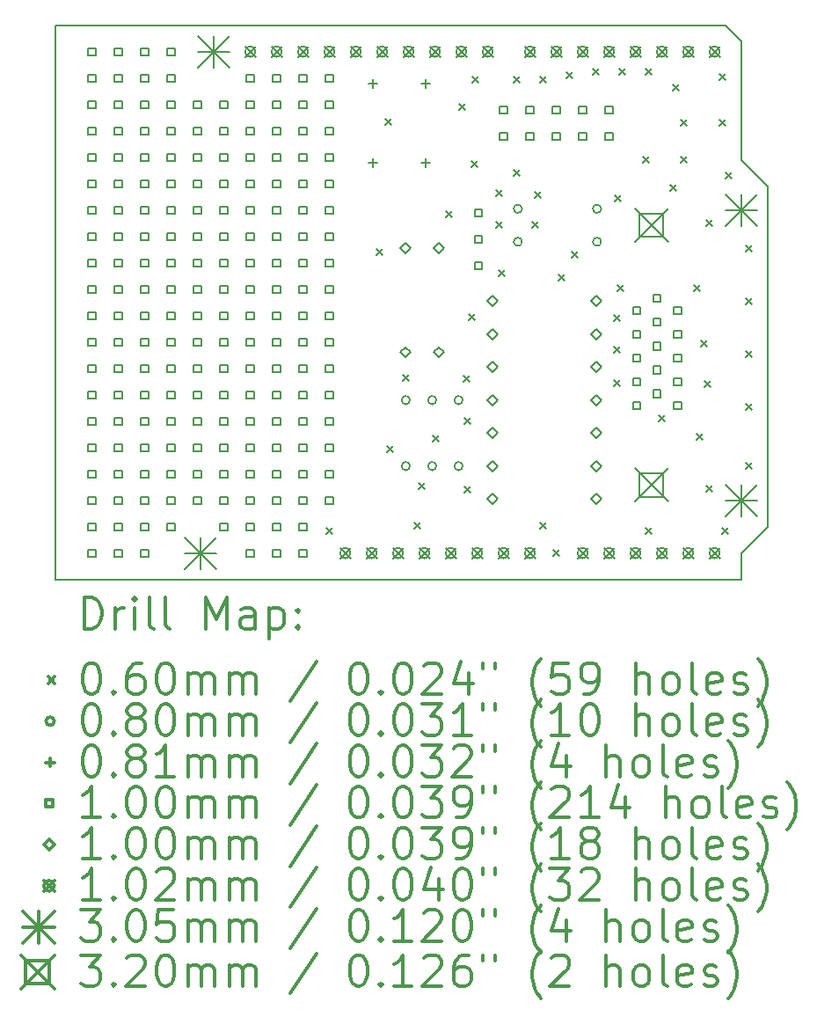
<source format=gbr>
%FSLAX45Y45*%
G04 Gerber Fmt 4.5, Leading zero omitted, Abs format (unit mm)*
G04 Created by KiCad (PCBNEW (5.1.6)-1) date 2023-11-11 21:49:09*
%MOMM*%
%LPD*%
G01*
G04 APERTURE LIST*
%TA.AperFunction,Profile*%
%ADD10C,0.150000*%
%TD*%
%ADD11C,0.200000*%
%ADD12C,0.300000*%
G04 APERTURE END LIST*
D10*
X17703800Y-7454900D02*
X17551400Y-7302500D01*
X17703800Y-8597900D02*
X17703800Y-7454900D01*
X17957800Y-8851900D02*
X17703800Y-8597900D01*
X17957800Y-12128500D02*
X17957800Y-8851900D01*
X17703800Y-12382500D02*
X17957800Y-12128500D01*
X17703800Y-12636500D02*
X17703800Y-12382500D01*
X11099800Y-12636500D02*
X17703800Y-12636500D01*
X11099800Y-7302500D02*
X11099800Y-12636500D01*
X17551400Y-7302500D02*
X11099800Y-7302500D01*
D11*
X13709700Y-12137400D02*
X13769700Y-12197400D01*
X13769700Y-12137400D02*
X13709700Y-12197400D01*
X14192300Y-9457700D02*
X14252300Y-9517700D01*
X14252300Y-9457700D02*
X14192300Y-9517700D01*
X14281200Y-8200400D02*
X14341200Y-8260400D01*
X14341200Y-8200400D02*
X14281200Y-8260400D01*
X14293900Y-11350000D02*
X14353900Y-11410000D01*
X14353900Y-11350000D02*
X14293900Y-11410000D01*
X14446300Y-10664200D02*
X14506300Y-10724200D01*
X14506300Y-10664200D02*
X14446300Y-10724200D01*
X14560600Y-12086600D02*
X14620600Y-12146600D01*
X14620600Y-12086600D02*
X14560600Y-12146600D01*
X14598700Y-11705600D02*
X14658700Y-11765600D01*
X14658700Y-11705600D02*
X14598700Y-11765600D01*
X14738400Y-11248400D02*
X14798400Y-11308400D01*
X14798400Y-11248400D02*
X14738400Y-11308400D01*
X14865400Y-9089400D02*
X14925400Y-9149400D01*
X14925400Y-9089400D02*
X14865400Y-9149400D01*
X14992400Y-8060700D02*
X15052400Y-8120700D01*
X15052400Y-8060700D02*
X14992400Y-8120700D01*
X15030500Y-10676900D02*
X15090500Y-10736900D01*
X15090500Y-10676900D02*
X15030500Y-10736900D01*
X15036850Y-11737350D02*
X15096850Y-11797350D01*
X15096850Y-11737350D02*
X15036850Y-11797350D01*
X15043200Y-11083300D02*
X15103200Y-11143300D01*
X15103200Y-11083300D02*
X15043200Y-11143300D01*
X15081300Y-10080000D02*
X15141300Y-10140000D01*
X15141300Y-10080000D02*
X15081300Y-10140000D01*
X15106700Y-8606800D02*
X15166700Y-8666800D01*
X15166700Y-8606800D02*
X15106700Y-8666800D01*
X15119400Y-7794000D02*
X15179400Y-7854000D01*
X15179400Y-7794000D02*
X15119400Y-7854000D01*
X15348000Y-8886200D02*
X15408000Y-8946200D01*
X15408000Y-8886200D02*
X15348000Y-8946200D01*
X15348000Y-9191000D02*
X15408000Y-9251000D01*
X15408000Y-9191000D02*
X15348000Y-9251000D01*
X15373400Y-9660900D02*
X15433400Y-9720900D01*
X15433400Y-9660900D02*
X15373400Y-9720900D01*
X15513100Y-7794000D02*
X15573100Y-7854000D01*
X15573100Y-7794000D02*
X15513100Y-7854000D01*
X15513100Y-8695700D02*
X15573100Y-8755700D01*
X15573100Y-8695700D02*
X15513100Y-8755700D01*
X15690900Y-9191000D02*
X15750900Y-9251000D01*
X15750900Y-9191000D02*
X15690900Y-9251000D01*
X15718915Y-8901515D02*
X15778915Y-8961515D01*
X15778915Y-8901515D02*
X15718915Y-8961515D01*
X15767100Y-7794000D02*
X15827100Y-7854000D01*
X15827100Y-7794000D02*
X15767100Y-7854000D01*
X15767100Y-12086600D02*
X15827100Y-12146600D01*
X15827100Y-12086600D02*
X15767100Y-12146600D01*
X15894100Y-12353300D02*
X15954100Y-12413300D01*
X15954100Y-12353300D02*
X15894100Y-12413300D01*
X15944900Y-9699000D02*
X16004900Y-9759000D01*
X16004900Y-9699000D02*
X15944900Y-9759000D01*
X16021100Y-7755900D02*
X16081100Y-7815900D01*
X16081100Y-7755900D02*
X16021100Y-7815900D01*
X16071900Y-9483100D02*
X16131900Y-9543100D01*
X16131900Y-9483100D02*
X16071900Y-9543100D01*
X16275100Y-7717800D02*
X16335100Y-7777800D01*
X16335100Y-7717800D02*
X16275100Y-7777800D01*
X16478300Y-10092700D02*
X16538300Y-10152700D01*
X16538300Y-10092700D02*
X16478300Y-10152700D01*
X16478300Y-10397500D02*
X16538300Y-10457500D01*
X16538300Y-10397500D02*
X16478300Y-10457500D01*
X16478300Y-10715000D02*
X16538300Y-10775000D01*
X16538300Y-10715000D02*
X16478300Y-10775000D01*
X16491000Y-8937000D02*
X16551000Y-8997000D01*
X16551000Y-8937000D02*
X16491000Y-8997000D01*
X16516400Y-9800600D02*
X16576400Y-9860600D01*
X16576400Y-9800600D02*
X16516400Y-9860600D01*
X16529100Y-7717800D02*
X16589100Y-7777800D01*
X16589100Y-7717800D02*
X16529100Y-7777800D01*
X16757700Y-8568700D02*
X16817700Y-8628700D01*
X16817700Y-8568700D02*
X16757700Y-8628700D01*
X16783100Y-7717800D02*
X16843100Y-7777800D01*
X16843100Y-7717800D02*
X16783100Y-7777800D01*
X16783100Y-12137400D02*
X16843100Y-12197400D01*
X16843100Y-12137400D02*
X16783100Y-12197400D01*
X16910100Y-11057900D02*
X16970100Y-11117900D01*
X16970100Y-11057900D02*
X16910100Y-11117900D01*
X17024400Y-8835400D02*
X17084400Y-8895400D01*
X17084400Y-8835400D02*
X17024400Y-8895400D01*
X17049800Y-7870200D02*
X17109800Y-7930200D01*
X17109800Y-7870200D02*
X17049800Y-7930200D01*
X17126000Y-8213100D02*
X17186000Y-8273100D01*
X17186000Y-8213100D02*
X17126000Y-8273100D01*
X17126000Y-8568700D02*
X17186000Y-8628700D01*
X17186000Y-8568700D02*
X17126000Y-8628700D01*
X17253000Y-9800600D02*
X17313000Y-9860600D01*
X17313000Y-9800600D02*
X17253000Y-9860600D01*
X17278400Y-11235700D02*
X17338400Y-11295700D01*
X17338400Y-11235700D02*
X17278400Y-11295700D01*
X17316500Y-10334000D02*
X17376500Y-10394000D01*
X17376500Y-10334000D02*
X17316500Y-10394000D01*
X17354600Y-10727700D02*
X17414600Y-10787700D01*
X17414600Y-10727700D02*
X17354600Y-10787700D01*
X17367300Y-9178300D02*
X17427300Y-9238300D01*
X17427300Y-9178300D02*
X17367300Y-9238300D01*
X17367300Y-11731000D02*
X17427300Y-11791000D01*
X17427300Y-11731000D02*
X17367300Y-11791000D01*
X17494300Y-7768600D02*
X17554300Y-7828600D01*
X17554300Y-7768600D02*
X17494300Y-7828600D01*
X17494300Y-8213100D02*
X17554300Y-8273100D01*
X17554300Y-8213100D02*
X17494300Y-8273100D01*
X17519700Y-12137400D02*
X17579700Y-12197400D01*
X17579700Y-12137400D02*
X17519700Y-12197400D01*
X17557800Y-8721100D02*
X17617800Y-8781100D01*
X17617800Y-8721100D02*
X17557800Y-8781100D01*
X17748300Y-9419600D02*
X17808300Y-9479600D01*
X17808300Y-9419600D02*
X17748300Y-9479600D01*
X17748300Y-9927600D02*
X17808300Y-9987600D01*
X17808300Y-9927600D02*
X17748300Y-9987600D01*
X17748300Y-10435600D02*
X17808300Y-10495600D01*
X17808300Y-10435600D02*
X17748300Y-10495600D01*
X17748300Y-10943600D02*
X17808300Y-11003600D01*
X17808300Y-10943600D02*
X17748300Y-11003600D01*
X17748300Y-11515100D02*
X17808300Y-11575100D01*
X17808300Y-11515100D02*
X17748300Y-11575100D01*
X14516300Y-11545100D02*
G75*
G03*
X14516300Y-11545100I-40000J0D01*
G01*
X14770300Y-11545100D02*
G75*
G03*
X14770300Y-11545100I-40000J0D01*
G01*
X15024300Y-11545100D02*
G75*
G03*
X15024300Y-11545100I-40000J0D01*
G01*
X15595800Y-9068600D02*
G75*
G03*
X15595800Y-9068600I-40000J0D01*
G01*
X16357800Y-9068600D02*
G75*
G03*
X16357800Y-9068600I-40000J0D01*
G01*
X15595800Y-9386100D02*
G75*
G03*
X15595800Y-9386100I-40000J0D01*
G01*
X16357800Y-9386100D02*
G75*
G03*
X16357800Y-9386100I-40000J0D01*
G01*
X14516300Y-10910100D02*
G75*
G03*
X14516300Y-10910100I-40000J0D01*
G01*
X14770300Y-10910100D02*
G75*
G03*
X14770300Y-10910100I-40000J0D01*
G01*
X15024300Y-10910100D02*
G75*
G03*
X15024300Y-10910100I-40000J0D01*
G01*
X14158800Y-7821460D02*
X14158800Y-7902740D01*
X14118160Y-7862100D02*
X14199440Y-7862100D01*
X14158800Y-8583460D02*
X14158800Y-8664740D01*
X14118160Y-8624100D02*
X14199440Y-8624100D01*
X14666800Y-7821460D02*
X14666800Y-7902740D01*
X14626160Y-7862100D02*
X14707440Y-7862100D01*
X14666800Y-8583460D02*
X14666800Y-8664740D01*
X14626160Y-8624100D02*
X14707440Y-8624100D01*
X12760756Y-9623856D02*
X12760756Y-9553144D01*
X12690044Y-9553144D01*
X12690044Y-9623856D01*
X12760756Y-9623856D01*
X13268756Y-8353856D02*
X13268756Y-8283144D01*
X13198044Y-8283144D01*
X13198044Y-8353856D01*
X13268756Y-8353856D01*
X13522756Y-9115856D02*
X13522756Y-9045144D01*
X13452044Y-9045144D01*
X13452044Y-9115856D01*
X13522756Y-9115856D01*
X16734156Y-10081456D02*
X16734156Y-10010744D01*
X16663444Y-10010744D01*
X16663444Y-10081456D01*
X16734156Y-10081456D01*
X16734156Y-10310456D02*
X16734156Y-10239744D01*
X16663444Y-10239744D01*
X16663444Y-10310456D01*
X16734156Y-10310456D01*
X16734156Y-10539456D02*
X16734156Y-10468744D01*
X16663444Y-10468744D01*
X16663444Y-10539456D01*
X16734156Y-10539456D01*
X16734156Y-10768456D02*
X16734156Y-10697744D01*
X16663444Y-10697744D01*
X16663444Y-10768456D01*
X16734156Y-10768456D01*
X16734156Y-10997456D02*
X16734156Y-10926744D01*
X16663444Y-10926744D01*
X16663444Y-10997456D01*
X16734156Y-10997456D01*
X16932156Y-9966956D02*
X16932156Y-9896244D01*
X16861444Y-9896244D01*
X16861444Y-9966956D01*
X16932156Y-9966956D01*
X16932156Y-10195956D02*
X16932156Y-10125244D01*
X16861444Y-10125244D01*
X16861444Y-10195956D01*
X16932156Y-10195956D01*
X16932156Y-10424956D02*
X16932156Y-10354244D01*
X16861444Y-10354244D01*
X16861444Y-10424956D01*
X16932156Y-10424956D01*
X16932156Y-10653956D02*
X16932156Y-10583244D01*
X16861444Y-10583244D01*
X16861444Y-10653956D01*
X16932156Y-10653956D01*
X16932156Y-10882956D02*
X16932156Y-10812244D01*
X16861444Y-10812244D01*
X16861444Y-10882956D01*
X16932156Y-10882956D01*
X17130156Y-10081456D02*
X17130156Y-10010744D01*
X17059444Y-10010744D01*
X17059444Y-10081456D01*
X17130156Y-10081456D01*
X17130156Y-10310456D02*
X17130156Y-10239744D01*
X17059444Y-10239744D01*
X17059444Y-10310456D01*
X17130156Y-10310456D01*
X17130156Y-10539456D02*
X17130156Y-10468744D01*
X17059444Y-10468744D01*
X17059444Y-10539456D01*
X17130156Y-10539456D01*
X17130156Y-10768456D02*
X17130156Y-10697744D01*
X17059444Y-10697744D01*
X17059444Y-10768456D01*
X17130156Y-10768456D01*
X17130156Y-10997456D02*
X17130156Y-10926744D01*
X17059444Y-10926744D01*
X17059444Y-10997456D01*
X17130156Y-10997456D01*
X13776756Y-9115856D02*
X13776756Y-9045144D01*
X13706044Y-9045144D01*
X13706044Y-9115856D01*
X13776756Y-9115856D01*
X11744756Y-10385856D02*
X11744756Y-10315144D01*
X11674044Y-10315144D01*
X11674044Y-10385856D01*
X11744756Y-10385856D01*
X12252756Y-7591856D02*
X12252756Y-7521144D01*
X12182044Y-7521144D01*
X12182044Y-7591856D01*
X12252756Y-7591856D01*
X11744756Y-11401856D02*
X11744756Y-11331144D01*
X11674044Y-11331144D01*
X11674044Y-11401856D01*
X11744756Y-11401856D01*
X13776756Y-8861856D02*
X13776756Y-8791144D01*
X13706044Y-8791144D01*
X13706044Y-8861856D01*
X13776756Y-8861856D01*
X11998756Y-10385856D02*
X11998756Y-10315144D01*
X11928044Y-10315144D01*
X11928044Y-10385856D01*
X11998756Y-10385856D01*
X12506756Y-8861856D02*
X12506756Y-8791144D01*
X12436044Y-8791144D01*
X12436044Y-8861856D01*
X12506756Y-8861856D01*
X11744756Y-9623856D02*
X11744756Y-9553144D01*
X11674044Y-9553144D01*
X11674044Y-9623856D01*
X11744756Y-9623856D01*
X11744756Y-10639856D02*
X11744756Y-10569144D01*
X11674044Y-10569144D01*
X11674044Y-10639856D01*
X11744756Y-10639856D01*
X13268756Y-11909856D02*
X13268756Y-11839144D01*
X13198044Y-11839144D01*
X13198044Y-11909856D01*
X13268756Y-11909856D01*
X12252756Y-11401856D02*
X12252756Y-11331144D01*
X12182044Y-11331144D01*
X12182044Y-11401856D01*
X12252756Y-11401856D01*
X12760756Y-10639856D02*
X12760756Y-10569144D01*
X12690044Y-10569144D01*
X12690044Y-10639856D01*
X12760756Y-10639856D01*
X13268756Y-11147856D02*
X13268756Y-11077144D01*
X13198044Y-11077144D01*
X13198044Y-11147856D01*
X13268756Y-11147856D01*
X13014756Y-11147856D02*
X13014756Y-11077144D01*
X12944044Y-11077144D01*
X12944044Y-11147856D01*
X13014756Y-11147856D01*
X13268756Y-10893856D02*
X13268756Y-10823144D01*
X13198044Y-10823144D01*
X13198044Y-10893856D01*
X13268756Y-10893856D01*
X11998756Y-8607856D02*
X11998756Y-8537144D01*
X11928044Y-8537144D01*
X11928044Y-8607856D01*
X11998756Y-8607856D01*
X13268756Y-10131856D02*
X13268756Y-10061144D01*
X13198044Y-10061144D01*
X13198044Y-10131856D01*
X13268756Y-10131856D01*
X13522756Y-12417856D02*
X13522756Y-12347144D01*
X13452044Y-12347144D01*
X13452044Y-12417856D01*
X13522756Y-12417856D01*
X11998756Y-8099856D02*
X11998756Y-8029144D01*
X11928044Y-8029144D01*
X11928044Y-8099856D01*
X11998756Y-8099856D01*
X11744756Y-12163856D02*
X11744756Y-12093144D01*
X11674044Y-12093144D01*
X11674044Y-12163856D01*
X11744756Y-12163856D01*
X13014756Y-8861856D02*
X13014756Y-8791144D01*
X12944044Y-8791144D01*
X12944044Y-8861856D01*
X13014756Y-8861856D01*
X12760756Y-8607856D02*
X12760756Y-8537144D01*
X12690044Y-8537144D01*
X12690044Y-8607856D01*
X12760756Y-8607856D01*
X13014756Y-9877856D02*
X13014756Y-9807144D01*
X12944044Y-9807144D01*
X12944044Y-9877856D01*
X13014756Y-9877856D01*
X13522756Y-12163856D02*
X13522756Y-12093144D01*
X13452044Y-12093144D01*
X13452044Y-12163856D01*
X13522756Y-12163856D01*
X13014756Y-8099856D02*
X13014756Y-8029144D01*
X12944044Y-8029144D01*
X12944044Y-8099856D01*
X13014756Y-8099856D01*
X15453156Y-8151456D02*
X15453156Y-8080744D01*
X15382444Y-8080744D01*
X15382444Y-8151456D01*
X15453156Y-8151456D01*
X15453156Y-8405456D02*
X15453156Y-8334744D01*
X15382444Y-8334744D01*
X15382444Y-8405456D01*
X15453156Y-8405456D01*
X15707156Y-8151456D02*
X15707156Y-8080744D01*
X15636444Y-8080744D01*
X15636444Y-8151456D01*
X15707156Y-8151456D01*
X15707156Y-8405456D02*
X15707156Y-8334744D01*
X15636444Y-8334744D01*
X15636444Y-8405456D01*
X15707156Y-8405456D01*
X15961156Y-8151456D02*
X15961156Y-8080744D01*
X15890444Y-8080744D01*
X15890444Y-8151456D01*
X15961156Y-8151456D01*
X15961156Y-8405456D02*
X15961156Y-8334744D01*
X15890444Y-8334744D01*
X15890444Y-8405456D01*
X15961156Y-8405456D01*
X16215156Y-8151456D02*
X16215156Y-8080744D01*
X16144444Y-8080744D01*
X16144444Y-8151456D01*
X16215156Y-8151456D01*
X16215156Y-8405456D02*
X16215156Y-8334744D01*
X16144444Y-8334744D01*
X16144444Y-8405456D01*
X16215156Y-8405456D01*
X16469156Y-8151456D02*
X16469156Y-8080744D01*
X16398444Y-8080744D01*
X16398444Y-8151456D01*
X16469156Y-8151456D01*
X16469156Y-8405456D02*
X16469156Y-8334744D01*
X16398444Y-8334744D01*
X16398444Y-8405456D01*
X16469156Y-8405456D01*
X13776756Y-11401856D02*
X13776756Y-11331144D01*
X13706044Y-11331144D01*
X13706044Y-11401856D01*
X13776756Y-11401856D01*
X11490756Y-7591856D02*
X11490756Y-7521144D01*
X11420044Y-7521144D01*
X11420044Y-7591856D01*
X11490756Y-7591856D01*
X13776756Y-10639856D02*
X13776756Y-10569144D01*
X13706044Y-10569144D01*
X13706044Y-10639856D01*
X13776756Y-10639856D01*
X11998756Y-10639856D02*
X11998756Y-10569144D01*
X11928044Y-10569144D01*
X11928044Y-10639856D01*
X11998756Y-10639856D01*
X12506756Y-8353856D02*
X12506756Y-8283144D01*
X12436044Y-8283144D01*
X12436044Y-8353856D01*
X12506756Y-8353856D01*
X12506756Y-11147856D02*
X12506756Y-11077144D01*
X12436044Y-11077144D01*
X12436044Y-11147856D01*
X12506756Y-11147856D01*
X11998756Y-7845856D02*
X11998756Y-7775144D01*
X11928044Y-7775144D01*
X11928044Y-7845856D01*
X11998756Y-7845856D01*
X11998756Y-9623856D02*
X11998756Y-9553144D01*
X11928044Y-9553144D01*
X11928044Y-9623856D01*
X11998756Y-9623856D01*
X13776756Y-8099856D02*
X13776756Y-8029144D01*
X13706044Y-8029144D01*
X13706044Y-8099856D01*
X13776756Y-8099856D01*
X11744756Y-9877856D02*
X11744756Y-9807144D01*
X11674044Y-9807144D01*
X11674044Y-9877856D01*
X11744756Y-9877856D01*
X12760756Y-11401856D02*
X12760756Y-11331144D01*
X12690044Y-11331144D01*
X12690044Y-11401856D01*
X12760756Y-11401856D01*
X13014756Y-10639856D02*
X13014756Y-10569144D01*
X12944044Y-10569144D01*
X12944044Y-10639856D01*
X13014756Y-10639856D01*
X13268756Y-10385856D02*
X13268756Y-10315144D01*
X13198044Y-10315144D01*
X13198044Y-10385856D01*
X13268756Y-10385856D01*
X13014756Y-11909856D02*
X13014756Y-11839144D01*
X12944044Y-11839144D01*
X12944044Y-11909856D01*
X13014756Y-11909856D01*
X13522756Y-10639856D02*
X13522756Y-10569144D01*
X13452044Y-10569144D01*
X13452044Y-10639856D01*
X13522756Y-10639856D01*
X11744756Y-8607856D02*
X11744756Y-8537144D01*
X11674044Y-8537144D01*
X11674044Y-8607856D01*
X11744756Y-8607856D01*
X13268756Y-11655856D02*
X13268756Y-11585144D01*
X13198044Y-11585144D01*
X13198044Y-11655856D01*
X13268756Y-11655856D01*
X11490756Y-10131856D02*
X11490756Y-10061144D01*
X11420044Y-10061144D01*
X11420044Y-10131856D01*
X11490756Y-10131856D01*
X11490756Y-12163856D02*
X11490756Y-12093144D01*
X11420044Y-12093144D01*
X11420044Y-12163856D01*
X11490756Y-12163856D01*
X11490756Y-10893856D02*
X11490756Y-10823144D01*
X11420044Y-10823144D01*
X11420044Y-10893856D01*
X11490756Y-10893856D01*
X12252756Y-11655856D02*
X12252756Y-11585144D01*
X12182044Y-11585144D01*
X12182044Y-11655856D01*
X12252756Y-11655856D01*
X11490756Y-8861856D02*
X11490756Y-8791144D01*
X11420044Y-8791144D01*
X11420044Y-8861856D01*
X11490756Y-8861856D01*
X13014756Y-10131856D02*
X13014756Y-10061144D01*
X12944044Y-10061144D01*
X12944044Y-10131856D01*
X13014756Y-10131856D01*
X12760756Y-9877856D02*
X12760756Y-9807144D01*
X12690044Y-9807144D01*
X12690044Y-9877856D01*
X12760756Y-9877856D01*
X13014756Y-8353856D02*
X13014756Y-8283144D01*
X12944044Y-8283144D01*
X12944044Y-8353856D01*
X13014756Y-8353856D01*
X13776756Y-11655856D02*
X13776756Y-11585144D01*
X13706044Y-11585144D01*
X13706044Y-11655856D01*
X13776756Y-11655856D01*
X13522756Y-8861856D02*
X13522756Y-8791144D01*
X13452044Y-8791144D01*
X13452044Y-8861856D01*
X13522756Y-8861856D01*
X13522756Y-8099856D02*
X13522756Y-8029144D01*
X13452044Y-8029144D01*
X13452044Y-8099856D01*
X13522756Y-8099856D01*
X13776756Y-9623856D02*
X13776756Y-9553144D01*
X13706044Y-9553144D01*
X13706044Y-9623856D01*
X13776756Y-9623856D01*
X11744756Y-7845856D02*
X11744756Y-7775144D01*
X11674044Y-7775144D01*
X11674044Y-7845856D01*
X11744756Y-7845856D01*
X13776756Y-10893856D02*
X13776756Y-10823144D01*
X13706044Y-10823144D01*
X13706044Y-10893856D01*
X13776756Y-10893856D01*
X12506756Y-10893856D02*
X12506756Y-10823144D01*
X12436044Y-10823144D01*
X12436044Y-10893856D01*
X12506756Y-10893856D01*
X12506756Y-9115856D02*
X12506756Y-9045144D01*
X12436044Y-9045144D01*
X12436044Y-9115856D01*
X12506756Y-9115856D01*
X11490756Y-11401856D02*
X11490756Y-11331144D01*
X11420044Y-11331144D01*
X11420044Y-11401856D01*
X11490756Y-11401856D01*
X12506756Y-10385856D02*
X12506756Y-10315144D01*
X12436044Y-10315144D01*
X12436044Y-10385856D01*
X12506756Y-10385856D01*
X12506756Y-9369856D02*
X12506756Y-9299144D01*
X12436044Y-9299144D01*
X12436044Y-9369856D01*
X12506756Y-9369856D01*
X12252756Y-9623856D02*
X12252756Y-9553144D01*
X12182044Y-9553144D01*
X12182044Y-9623856D01*
X12252756Y-9623856D01*
X13014756Y-11655856D02*
X13014756Y-11585144D01*
X12944044Y-11585144D01*
X12944044Y-11655856D01*
X13014756Y-11655856D01*
X12760756Y-10893856D02*
X12760756Y-10823144D01*
X12690044Y-10823144D01*
X12690044Y-10893856D01*
X12760756Y-10893856D01*
X13268756Y-9623856D02*
X13268756Y-9553144D01*
X13198044Y-9553144D01*
X13198044Y-9623856D01*
X13268756Y-9623856D01*
X12252756Y-9877856D02*
X12252756Y-9807144D01*
X12182044Y-9807144D01*
X12182044Y-9877856D01*
X12252756Y-9877856D01*
X11490756Y-9369856D02*
X11490756Y-9299144D01*
X11420044Y-9299144D01*
X11420044Y-9369856D01*
X11490756Y-9369856D01*
X13522756Y-11147856D02*
X13522756Y-11077144D01*
X13452044Y-11077144D01*
X13452044Y-11147856D01*
X13522756Y-11147856D01*
X12506756Y-11401856D02*
X12506756Y-11331144D01*
X12436044Y-11331144D01*
X12436044Y-11401856D01*
X12506756Y-11401856D01*
X11490756Y-11655856D02*
X11490756Y-11585144D01*
X11420044Y-11585144D01*
X11420044Y-11655856D01*
X11490756Y-11655856D01*
X12506756Y-11909856D02*
X12506756Y-11839144D01*
X12436044Y-11839144D01*
X12436044Y-11909856D01*
X12506756Y-11909856D01*
X11490756Y-11909856D02*
X11490756Y-11839144D01*
X11420044Y-11839144D01*
X11420044Y-11909856D01*
X11490756Y-11909856D01*
X13014756Y-12417856D02*
X13014756Y-12347144D01*
X12944044Y-12347144D01*
X12944044Y-12417856D01*
X13014756Y-12417856D01*
X11490756Y-8353856D02*
X11490756Y-8283144D01*
X11420044Y-8283144D01*
X11420044Y-8353856D01*
X11490756Y-8353856D01*
X11490756Y-9115856D02*
X11490756Y-9045144D01*
X11420044Y-9045144D01*
X11420044Y-9115856D01*
X11490756Y-9115856D01*
X12252756Y-11909856D02*
X12252756Y-11839144D01*
X12182044Y-11839144D01*
X12182044Y-11909856D01*
X12252756Y-11909856D01*
X12760756Y-9115856D02*
X12760756Y-9045144D01*
X12690044Y-9045144D01*
X12690044Y-9115856D01*
X12760756Y-9115856D01*
X12760756Y-8353856D02*
X12760756Y-8283144D01*
X12690044Y-8283144D01*
X12690044Y-8353856D01*
X12760756Y-8353856D01*
X13014756Y-8607856D02*
X13014756Y-8537144D01*
X12944044Y-8537144D01*
X12944044Y-8607856D01*
X13014756Y-8607856D01*
X13776756Y-11909856D02*
X13776756Y-11839144D01*
X13706044Y-11839144D01*
X13706044Y-11909856D01*
X13776756Y-11909856D01*
X13268756Y-8861856D02*
X13268756Y-8791144D01*
X13198044Y-8791144D01*
X13198044Y-8861856D01*
X13268756Y-8861856D01*
X13268756Y-8607856D02*
X13268756Y-8537144D01*
X13198044Y-8537144D01*
X13198044Y-8607856D01*
X13268756Y-8607856D01*
X13776756Y-10131856D02*
X13776756Y-10061144D01*
X13706044Y-10061144D01*
X13706044Y-10131856D01*
X13776756Y-10131856D01*
X13776756Y-10385856D02*
X13776756Y-10315144D01*
X13706044Y-10315144D01*
X13706044Y-10385856D01*
X13776756Y-10385856D01*
X11744756Y-11147856D02*
X11744756Y-11077144D01*
X11674044Y-11077144D01*
X11674044Y-11147856D01*
X11744756Y-11147856D01*
X11998756Y-10131856D02*
X11998756Y-10061144D01*
X11928044Y-10061144D01*
X11928044Y-10131856D01*
X11998756Y-10131856D01*
X12252756Y-7845856D02*
X12252756Y-7775144D01*
X12182044Y-7775144D01*
X12182044Y-7845856D01*
X12252756Y-7845856D01*
X13776756Y-7845856D02*
X13776756Y-7775144D01*
X13706044Y-7775144D01*
X13706044Y-7845856D01*
X13776756Y-7845856D01*
X12252756Y-10639856D02*
X12252756Y-10569144D01*
X12182044Y-10569144D01*
X12182044Y-10639856D01*
X12252756Y-10639856D01*
X11744756Y-7591856D02*
X11744756Y-7521144D01*
X11674044Y-7521144D01*
X11674044Y-7591856D01*
X11744756Y-7591856D01*
X13268756Y-12163856D02*
X13268756Y-12093144D01*
X13198044Y-12093144D01*
X13198044Y-12163856D01*
X13268756Y-12163856D01*
X13014756Y-10893856D02*
X13014756Y-10823144D01*
X12944044Y-10823144D01*
X12944044Y-10893856D01*
X13014756Y-10893856D01*
X12252756Y-12163856D02*
X12252756Y-12093144D01*
X12182044Y-12093144D01*
X12182044Y-12163856D01*
X12252756Y-12163856D01*
X13268756Y-10639856D02*
X13268756Y-10569144D01*
X13198044Y-10569144D01*
X13198044Y-10639856D01*
X13268756Y-10639856D01*
X13014756Y-12163856D02*
X13014756Y-12093144D01*
X12944044Y-12093144D01*
X12944044Y-12163856D01*
X13014756Y-12163856D01*
X11998756Y-8861856D02*
X11998756Y-8791144D01*
X11928044Y-8791144D01*
X11928044Y-8861856D01*
X11998756Y-8861856D01*
X13268756Y-11401856D02*
X13268756Y-11331144D01*
X13198044Y-11331144D01*
X13198044Y-11401856D01*
X13268756Y-11401856D01*
X11490756Y-11147856D02*
X11490756Y-11077144D01*
X11420044Y-11077144D01*
X11420044Y-11147856D01*
X11490756Y-11147856D01*
X11998756Y-12163856D02*
X11998756Y-12093144D01*
X11928044Y-12093144D01*
X11928044Y-12163856D01*
X11998756Y-12163856D01*
X11744756Y-8099856D02*
X11744756Y-8029144D01*
X11674044Y-8029144D01*
X11674044Y-8099856D01*
X11744756Y-8099856D01*
X11490756Y-12417856D02*
X11490756Y-12347144D01*
X11420044Y-12347144D01*
X11420044Y-12417856D01*
X11490756Y-12417856D01*
X11490756Y-10639856D02*
X11490756Y-10569144D01*
X11420044Y-10569144D01*
X11420044Y-10639856D01*
X11490756Y-10639856D01*
X11744756Y-12417856D02*
X11744756Y-12347144D01*
X11674044Y-12347144D01*
X11674044Y-12417856D01*
X11744756Y-12417856D01*
X12760756Y-12163856D02*
X12760756Y-12093144D01*
X12690044Y-12093144D01*
X12690044Y-12163856D01*
X12760756Y-12163856D01*
X13522756Y-11655856D02*
X13522756Y-11585144D01*
X13452044Y-11585144D01*
X13452044Y-11655856D01*
X13522756Y-11655856D01*
X12760756Y-10131856D02*
X12760756Y-10061144D01*
X12690044Y-10061144D01*
X12690044Y-10131856D01*
X12760756Y-10131856D01*
X13268756Y-7845856D02*
X13268756Y-7775144D01*
X13198044Y-7775144D01*
X13198044Y-7845856D01*
X13268756Y-7845856D01*
X13268756Y-9369856D02*
X13268756Y-9299144D01*
X13198044Y-9299144D01*
X13198044Y-9369856D01*
X13268756Y-9369856D01*
X13268756Y-9115856D02*
X13268756Y-9045144D01*
X13198044Y-9045144D01*
X13198044Y-9115856D01*
X13268756Y-9115856D01*
X11998756Y-10893856D02*
X11998756Y-10823144D01*
X11928044Y-10823144D01*
X11928044Y-10893856D01*
X11998756Y-10893856D01*
X13776756Y-8607856D02*
X13776756Y-8537144D01*
X13706044Y-8537144D01*
X13706044Y-8607856D01*
X13776756Y-8607856D01*
X11998756Y-9877856D02*
X11998756Y-9807144D01*
X11928044Y-9807144D01*
X11928044Y-9877856D01*
X11998756Y-9877856D01*
X12760756Y-8099856D02*
X12760756Y-8029144D01*
X12690044Y-8029144D01*
X12690044Y-8099856D01*
X12760756Y-8099856D01*
X12252756Y-8099856D02*
X12252756Y-8029144D01*
X12182044Y-8029144D01*
X12182044Y-8099856D01*
X12252756Y-8099856D01*
X13776756Y-9369856D02*
X13776756Y-9299144D01*
X13706044Y-9299144D01*
X13706044Y-9369856D01*
X13776756Y-9369856D01*
X12252756Y-11147856D02*
X12252756Y-11077144D01*
X12182044Y-11077144D01*
X12182044Y-11147856D01*
X12252756Y-11147856D01*
X11490756Y-7845856D02*
X11490756Y-7775144D01*
X11420044Y-7775144D01*
X11420044Y-7845856D01*
X11490756Y-7845856D01*
X12252756Y-9369856D02*
X12252756Y-9299144D01*
X12182044Y-9299144D01*
X12182044Y-9369856D01*
X12252756Y-9369856D01*
X12506756Y-9877856D02*
X12506756Y-9807144D01*
X12436044Y-9807144D01*
X12436044Y-9877856D01*
X12506756Y-9877856D01*
X13014756Y-11401856D02*
X13014756Y-11331144D01*
X12944044Y-11331144D01*
X12944044Y-11401856D01*
X13014756Y-11401856D01*
X13522756Y-10893856D02*
X13522756Y-10823144D01*
X13452044Y-10823144D01*
X13452044Y-10893856D01*
X13522756Y-10893856D01*
X11998756Y-9369856D02*
X11998756Y-9299144D01*
X11928044Y-9299144D01*
X11928044Y-9369856D01*
X11998756Y-9369856D01*
X13522756Y-9369856D02*
X13522756Y-9299144D01*
X13452044Y-9299144D01*
X13452044Y-9369856D01*
X13522756Y-9369856D01*
X13522756Y-11909856D02*
X13522756Y-11839144D01*
X13452044Y-11839144D01*
X13452044Y-11909856D01*
X13522756Y-11909856D01*
X11744756Y-11655856D02*
X11744756Y-11585144D01*
X11674044Y-11585144D01*
X11674044Y-11655856D01*
X11744756Y-11655856D01*
X12760756Y-11909856D02*
X12760756Y-11839144D01*
X12690044Y-11839144D01*
X12690044Y-11909856D01*
X12760756Y-11909856D01*
X11998756Y-9115856D02*
X11998756Y-9045144D01*
X11928044Y-9045144D01*
X11928044Y-9115856D01*
X11998756Y-9115856D01*
X12506756Y-9623856D02*
X12506756Y-9553144D01*
X12436044Y-9553144D01*
X12436044Y-9623856D01*
X12506756Y-9623856D01*
X11998756Y-8353856D02*
X11998756Y-8283144D01*
X11928044Y-8283144D01*
X11928044Y-8353856D01*
X11998756Y-8353856D01*
X11744756Y-9369856D02*
X11744756Y-9299144D01*
X11674044Y-9299144D01*
X11674044Y-9369856D01*
X11744756Y-9369856D01*
X13014756Y-9115856D02*
X13014756Y-9045144D01*
X12944044Y-9045144D01*
X12944044Y-9115856D01*
X13014756Y-9115856D01*
X12760756Y-9369856D02*
X12760756Y-9299144D01*
X12690044Y-9299144D01*
X12690044Y-9369856D01*
X12760756Y-9369856D01*
X13522756Y-8353856D02*
X13522756Y-8283144D01*
X13452044Y-8283144D01*
X13452044Y-8353856D01*
X13522756Y-8353856D01*
X13268756Y-8099856D02*
X13268756Y-8029144D01*
X13198044Y-8029144D01*
X13198044Y-8099856D01*
X13268756Y-8099856D01*
X13522756Y-7845856D02*
X13522756Y-7775144D01*
X13452044Y-7775144D01*
X13452044Y-7845856D01*
X13522756Y-7845856D01*
X15210156Y-9142056D02*
X15210156Y-9071344D01*
X15139444Y-9071344D01*
X15139444Y-9142056D01*
X15210156Y-9142056D01*
X15210156Y-9396056D02*
X15210156Y-9325344D01*
X15139444Y-9325344D01*
X15139444Y-9396056D01*
X15210156Y-9396056D01*
X15210156Y-9650056D02*
X15210156Y-9579344D01*
X15139444Y-9579344D01*
X15139444Y-9650056D01*
X15210156Y-9650056D01*
X12252756Y-10893856D02*
X12252756Y-10823144D01*
X12182044Y-10823144D01*
X12182044Y-10893856D01*
X12252756Y-10893856D01*
X11998756Y-11147856D02*
X11998756Y-11077144D01*
X11928044Y-11077144D01*
X11928044Y-11147856D01*
X11998756Y-11147856D01*
X12252756Y-8353856D02*
X12252756Y-8283144D01*
X12182044Y-8283144D01*
X12182044Y-8353856D01*
X12252756Y-8353856D01*
X13776756Y-9877856D02*
X13776756Y-9807144D01*
X13706044Y-9807144D01*
X13706044Y-9877856D01*
X13776756Y-9877856D01*
X12506756Y-10131856D02*
X12506756Y-10061144D01*
X12436044Y-10061144D01*
X12436044Y-10131856D01*
X12506756Y-10131856D01*
X12506756Y-8099856D02*
X12506756Y-8029144D01*
X12436044Y-8029144D01*
X12436044Y-8099856D01*
X12506756Y-8099856D01*
X11490756Y-9623856D02*
X11490756Y-9553144D01*
X11420044Y-9553144D01*
X11420044Y-9623856D01*
X11490756Y-9623856D01*
X11744756Y-10131856D02*
X11744756Y-10061144D01*
X11674044Y-10061144D01*
X11674044Y-10131856D01*
X11744756Y-10131856D01*
X12252756Y-8861856D02*
X12252756Y-8791144D01*
X12182044Y-8791144D01*
X12182044Y-8861856D01*
X12252756Y-8861856D01*
X12252756Y-10131856D02*
X12252756Y-10061144D01*
X12182044Y-10061144D01*
X12182044Y-10131856D01*
X12252756Y-10131856D01*
X13522756Y-9623856D02*
X13522756Y-9553144D01*
X13452044Y-9553144D01*
X13452044Y-9623856D01*
X13522756Y-9623856D01*
X12760756Y-11147856D02*
X12760756Y-11077144D01*
X12690044Y-11077144D01*
X12690044Y-11147856D01*
X12760756Y-11147856D01*
X13522756Y-11401856D02*
X13522756Y-11331144D01*
X13452044Y-11331144D01*
X13452044Y-11401856D01*
X13522756Y-11401856D01*
X11998756Y-12417856D02*
X11998756Y-12347144D01*
X11928044Y-12347144D01*
X11928044Y-12417856D01*
X11998756Y-12417856D01*
X13268756Y-9877856D02*
X13268756Y-9807144D01*
X13198044Y-9807144D01*
X13198044Y-9877856D01*
X13268756Y-9877856D01*
X13268756Y-12417856D02*
X13268756Y-12347144D01*
X13198044Y-12347144D01*
X13198044Y-12417856D01*
X13268756Y-12417856D01*
X11744756Y-11909856D02*
X11744756Y-11839144D01*
X11674044Y-11839144D01*
X11674044Y-11909856D01*
X11744756Y-11909856D01*
X12506756Y-11655856D02*
X12506756Y-11585144D01*
X12436044Y-11585144D01*
X12436044Y-11655856D01*
X12506756Y-11655856D01*
X11998756Y-11655856D02*
X11998756Y-11585144D01*
X11928044Y-11585144D01*
X11928044Y-11655856D01*
X11998756Y-11655856D01*
X11490756Y-10385856D02*
X11490756Y-10315144D01*
X11420044Y-10315144D01*
X11420044Y-10385856D01*
X11490756Y-10385856D01*
X11490756Y-8607856D02*
X11490756Y-8537144D01*
X11420044Y-8537144D01*
X11420044Y-8607856D01*
X11490756Y-8607856D01*
X13014756Y-9623856D02*
X13014756Y-9553144D01*
X12944044Y-9553144D01*
X12944044Y-9623856D01*
X13014756Y-9623856D01*
X13014756Y-9369856D02*
X13014756Y-9299144D01*
X12944044Y-9299144D01*
X12944044Y-9369856D01*
X13014756Y-9369856D01*
X13522756Y-8607856D02*
X13522756Y-8537144D01*
X13452044Y-8537144D01*
X13452044Y-8607856D01*
X13522756Y-8607856D01*
X13014756Y-7845856D02*
X13014756Y-7775144D01*
X12944044Y-7775144D01*
X12944044Y-7845856D01*
X13014756Y-7845856D01*
X13776756Y-11147856D02*
X13776756Y-11077144D01*
X13706044Y-11077144D01*
X13706044Y-11147856D01*
X13776756Y-11147856D01*
X13776756Y-8353856D02*
X13776756Y-8283144D01*
X13706044Y-8283144D01*
X13706044Y-8353856D01*
X13776756Y-8353856D01*
X12506756Y-10639856D02*
X12506756Y-10569144D01*
X12436044Y-10569144D01*
X12436044Y-10639856D01*
X12506756Y-10639856D01*
X11998756Y-7591856D02*
X11998756Y-7521144D01*
X11928044Y-7521144D01*
X11928044Y-7591856D01*
X11998756Y-7591856D01*
X11998756Y-11401856D02*
X11998756Y-11331144D01*
X11928044Y-11331144D01*
X11928044Y-11401856D01*
X11998756Y-11401856D01*
X12252756Y-10385856D02*
X12252756Y-10315144D01*
X12182044Y-10315144D01*
X12182044Y-10385856D01*
X12252756Y-10385856D01*
X12506756Y-8607856D02*
X12506756Y-8537144D01*
X12436044Y-8537144D01*
X12436044Y-8607856D01*
X12506756Y-8607856D01*
X12252756Y-9115856D02*
X12252756Y-9045144D01*
X12182044Y-9045144D01*
X12182044Y-9115856D01*
X12252756Y-9115856D01*
X11744756Y-10893856D02*
X11744756Y-10823144D01*
X11674044Y-10823144D01*
X11674044Y-10893856D01*
X11744756Y-10893856D01*
X12252756Y-8607856D02*
X12252756Y-8537144D01*
X12182044Y-8537144D01*
X12182044Y-8607856D01*
X12252756Y-8607856D01*
X13014756Y-10385856D02*
X13014756Y-10315144D01*
X12944044Y-10315144D01*
X12944044Y-10385856D01*
X13014756Y-10385856D01*
X13522756Y-9877856D02*
X13522756Y-9807144D01*
X13452044Y-9807144D01*
X13452044Y-9877856D01*
X13522756Y-9877856D01*
X12760756Y-11655856D02*
X12760756Y-11585144D01*
X12690044Y-11585144D01*
X12690044Y-11655856D01*
X12760756Y-11655856D01*
X13522756Y-10131856D02*
X13522756Y-10061144D01*
X13452044Y-10061144D01*
X13452044Y-10131856D01*
X13522756Y-10131856D01*
X11744756Y-9115856D02*
X11744756Y-9045144D01*
X11674044Y-9045144D01*
X11674044Y-9115856D01*
X11744756Y-9115856D01*
X13522756Y-10385856D02*
X13522756Y-10315144D01*
X13452044Y-10315144D01*
X13452044Y-10385856D01*
X13522756Y-10385856D01*
X11490756Y-9877856D02*
X11490756Y-9807144D01*
X11420044Y-9807144D01*
X11420044Y-9877856D01*
X11490756Y-9877856D01*
X11998756Y-11909856D02*
X11998756Y-11839144D01*
X11928044Y-11839144D01*
X11928044Y-11909856D01*
X11998756Y-11909856D01*
X11490756Y-8099856D02*
X11490756Y-8029144D01*
X11420044Y-8029144D01*
X11420044Y-8099856D01*
X11490756Y-8099856D01*
X11744756Y-8861856D02*
X11744756Y-8791144D01*
X11674044Y-8791144D01*
X11674044Y-8861856D01*
X11744756Y-8861856D01*
X11744756Y-8353856D02*
X11744756Y-8283144D01*
X11674044Y-8283144D01*
X11674044Y-8353856D01*
X11744756Y-8353856D01*
X12760756Y-8861856D02*
X12760756Y-8791144D01*
X12690044Y-8791144D01*
X12690044Y-8861856D01*
X12760756Y-8861856D01*
X12760756Y-10385856D02*
X12760756Y-10315144D01*
X12690044Y-10315144D01*
X12690044Y-10385856D01*
X12760756Y-10385856D01*
X15309674Y-10325138D02*
X15359712Y-10275100D01*
X15309674Y-10225062D01*
X15259636Y-10275100D01*
X15309674Y-10325138D01*
X16309926Y-10325138D02*
X16359964Y-10275100D01*
X16309926Y-10225062D01*
X16259888Y-10275100D01*
X16309926Y-10325138D01*
X15309674Y-11595138D02*
X15359712Y-11545100D01*
X15309674Y-11495062D01*
X15259636Y-11545100D01*
X15309674Y-11595138D01*
X16309926Y-11595138D02*
X16359964Y-11545100D01*
X16309926Y-11495062D01*
X16259888Y-11545100D01*
X16309926Y-11595138D01*
X15309674Y-11912638D02*
X15359712Y-11862600D01*
X15309674Y-11812562D01*
X15259636Y-11862600D01*
X15309674Y-11912638D01*
X16309926Y-11912638D02*
X16359964Y-11862600D01*
X16309926Y-11812562D01*
X16259888Y-11862600D01*
X16309926Y-11912638D01*
X14476300Y-9499638D02*
X14526338Y-9449600D01*
X14476300Y-9399562D01*
X14426262Y-9449600D01*
X14476300Y-9499638D01*
X14476300Y-10499890D02*
X14526338Y-10449852D01*
X14476300Y-10399814D01*
X14426262Y-10449852D01*
X14476300Y-10499890D01*
X15309674Y-10642638D02*
X15359712Y-10592600D01*
X15309674Y-10542562D01*
X15259636Y-10592600D01*
X15309674Y-10642638D01*
X16309926Y-10642638D02*
X16359964Y-10592600D01*
X16309926Y-10542562D01*
X16259888Y-10592600D01*
X16309926Y-10642638D01*
X15309674Y-10960138D02*
X15359712Y-10910100D01*
X15309674Y-10860062D01*
X15259636Y-10910100D01*
X15309674Y-10960138D01*
X16309926Y-10960138D02*
X16359964Y-10910100D01*
X16309926Y-10860062D01*
X16259888Y-10910100D01*
X16309926Y-10960138D01*
X14793800Y-9499638D02*
X14843838Y-9449600D01*
X14793800Y-9399562D01*
X14743762Y-9449600D01*
X14793800Y-9499638D01*
X14793800Y-10499890D02*
X14843838Y-10449852D01*
X14793800Y-10399814D01*
X14743762Y-10449852D01*
X14793800Y-10499890D01*
X15309674Y-10007638D02*
X15359712Y-9957600D01*
X15309674Y-9907562D01*
X15259636Y-9957600D01*
X15309674Y-10007638D01*
X16309926Y-10007638D02*
X16359964Y-9957600D01*
X16309926Y-9907562D01*
X16259888Y-9957600D01*
X16309926Y-10007638D01*
X15309674Y-11277638D02*
X15359712Y-11227600D01*
X15309674Y-11177562D01*
X15259636Y-11227600D01*
X15309674Y-11277638D01*
X16309926Y-11277638D02*
X16359964Y-11227600D01*
X16309926Y-11177562D01*
X16259888Y-11227600D01*
X16309926Y-11277638D01*
X16129000Y-12331700D02*
X16230600Y-12433300D01*
X16230600Y-12331700D02*
X16129000Y-12433300D01*
X16230600Y-12382500D02*
G75*
G03*
X16230600Y-12382500I-50800J0D01*
G01*
X16383000Y-12331700D02*
X16484600Y-12433300D01*
X16484600Y-12331700D02*
X16383000Y-12433300D01*
X16484600Y-12382500D02*
G75*
G03*
X16484600Y-12382500I-50800J0D01*
G01*
X16637000Y-12331700D02*
X16738600Y-12433300D01*
X16738600Y-12331700D02*
X16637000Y-12433300D01*
X16738600Y-12382500D02*
G75*
G03*
X16738600Y-12382500I-50800J0D01*
G01*
X16891000Y-12331700D02*
X16992600Y-12433300D01*
X16992600Y-12331700D02*
X16891000Y-12433300D01*
X16992600Y-12382500D02*
G75*
G03*
X16992600Y-12382500I-50800J0D01*
G01*
X17145000Y-12331700D02*
X17246600Y-12433300D01*
X17246600Y-12331700D02*
X17145000Y-12433300D01*
X17246600Y-12382500D02*
G75*
G03*
X17246600Y-12382500I-50800J0D01*
G01*
X17399000Y-12331700D02*
X17500600Y-12433300D01*
X17500600Y-12331700D02*
X17399000Y-12433300D01*
X17500600Y-12382500D02*
G75*
G03*
X17500600Y-12382500I-50800J0D01*
G01*
X13843000Y-12331700D02*
X13944600Y-12433300D01*
X13944600Y-12331700D02*
X13843000Y-12433300D01*
X13944600Y-12382500D02*
G75*
G03*
X13944600Y-12382500I-50800J0D01*
G01*
X14097000Y-12331700D02*
X14198600Y-12433300D01*
X14198600Y-12331700D02*
X14097000Y-12433300D01*
X14198600Y-12382500D02*
G75*
G03*
X14198600Y-12382500I-50800J0D01*
G01*
X14351000Y-12331700D02*
X14452600Y-12433300D01*
X14452600Y-12331700D02*
X14351000Y-12433300D01*
X14452600Y-12382500D02*
G75*
G03*
X14452600Y-12382500I-50800J0D01*
G01*
X14605000Y-12331700D02*
X14706600Y-12433300D01*
X14706600Y-12331700D02*
X14605000Y-12433300D01*
X14706600Y-12382500D02*
G75*
G03*
X14706600Y-12382500I-50800J0D01*
G01*
X14859000Y-12331700D02*
X14960600Y-12433300D01*
X14960600Y-12331700D02*
X14859000Y-12433300D01*
X14960600Y-12382500D02*
G75*
G03*
X14960600Y-12382500I-50800J0D01*
G01*
X15113000Y-12331700D02*
X15214600Y-12433300D01*
X15214600Y-12331700D02*
X15113000Y-12433300D01*
X15214600Y-12382500D02*
G75*
G03*
X15214600Y-12382500I-50800J0D01*
G01*
X15367000Y-12331700D02*
X15468600Y-12433300D01*
X15468600Y-12331700D02*
X15367000Y-12433300D01*
X15468600Y-12382500D02*
G75*
G03*
X15468600Y-12382500I-50800J0D01*
G01*
X15621000Y-12331700D02*
X15722600Y-12433300D01*
X15722600Y-12331700D02*
X15621000Y-12433300D01*
X15722600Y-12382500D02*
G75*
G03*
X15722600Y-12382500I-50800J0D01*
G01*
X15621000Y-7505700D02*
X15722600Y-7607300D01*
X15722600Y-7505700D02*
X15621000Y-7607300D01*
X15722600Y-7556500D02*
G75*
G03*
X15722600Y-7556500I-50800J0D01*
G01*
X15875000Y-7505700D02*
X15976600Y-7607300D01*
X15976600Y-7505700D02*
X15875000Y-7607300D01*
X15976600Y-7556500D02*
G75*
G03*
X15976600Y-7556500I-50800J0D01*
G01*
X16129000Y-7505700D02*
X16230600Y-7607300D01*
X16230600Y-7505700D02*
X16129000Y-7607300D01*
X16230600Y-7556500D02*
G75*
G03*
X16230600Y-7556500I-50800J0D01*
G01*
X16383000Y-7505700D02*
X16484600Y-7607300D01*
X16484600Y-7505700D02*
X16383000Y-7607300D01*
X16484600Y-7556500D02*
G75*
G03*
X16484600Y-7556500I-50800J0D01*
G01*
X16637000Y-7505700D02*
X16738600Y-7607300D01*
X16738600Y-7505700D02*
X16637000Y-7607300D01*
X16738600Y-7556500D02*
G75*
G03*
X16738600Y-7556500I-50800J0D01*
G01*
X16891000Y-7505700D02*
X16992600Y-7607300D01*
X16992600Y-7505700D02*
X16891000Y-7607300D01*
X16992600Y-7556500D02*
G75*
G03*
X16992600Y-7556500I-50800J0D01*
G01*
X17145000Y-7505700D02*
X17246600Y-7607300D01*
X17246600Y-7505700D02*
X17145000Y-7607300D01*
X17246600Y-7556500D02*
G75*
G03*
X17246600Y-7556500I-50800J0D01*
G01*
X17399000Y-7505700D02*
X17500600Y-7607300D01*
X17500600Y-7505700D02*
X17399000Y-7607300D01*
X17500600Y-7556500D02*
G75*
G03*
X17500600Y-7556500I-50800J0D01*
G01*
X12928600Y-7505700D02*
X13030200Y-7607300D01*
X13030200Y-7505700D02*
X12928600Y-7607300D01*
X13030200Y-7556500D02*
G75*
G03*
X13030200Y-7556500I-50800J0D01*
G01*
X13182600Y-7505700D02*
X13284200Y-7607300D01*
X13284200Y-7505700D02*
X13182600Y-7607300D01*
X13284200Y-7556500D02*
G75*
G03*
X13284200Y-7556500I-50800J0D01*
G01*
X13436600Y-7505700D02*
X13538200Y-7607300D01*
X13538200Y-7505700D02*
X13436600Y-7607300D01*
X13538200Y-7556500D02*
G75*
G03*
X13538200Y-7556500I-50800J0D01*
G01*
X13690600Y-7505700D02*
X13792200Y-7607300D01*
X13792200Y-7505700D02*
X13690600Y-7607300D01*
X13792200Y-7556500D02*
G75*
G03*
X13792200Y-7556500I-50800J0D01*
G01*
X13944600Y-7505700D02*
X14046200Y-7607300D01*
X14046200Y-7505700D02*
X13944600Y-7607300D01*
X14046200Y-7556500D02*
G75*
G03*
X14046200Y-7556500I-50800J0D01*
G01*
X14198600Y-7505700D02*
X14300200Y-7607300D01*
X14300200Y-7505700D02*
X14198600Y-7607300D01*
X14300200Y-7556500D02*
G75*
G03*
X14300200Y-7556500I-50800J0D01*
G01*
X14452600Y-7505700D02*
X14554200Y-7607300D01*
X14554200Y-7505700D02*
X14452600Y-7607300D01*
X14554200Y-7556500D02*
G75*
G03*
X14554200Y-7556500I-50800J0D01*
G01*
X14706600Y-7505700D02*
X14808200Y-7607300D01*
X14808200Y-7505700D02*
X14706600Y-7607300D01*
X14808200Y-7556500D02*
G75*
G03*
X14808200Y-7556500I-50800J0D01*
G01*
X14960600Y-7505700D02*
X15062200Y-7607300D01*
X15062200Y-7505700D02*
X14960600Y-7607300D01*
X15062200Y-7556500D02*
G75*
G03*
X15062200Y-7556500I-50800J0D01*
G01*
X15214600Y-7505700D02*
X15316200Y-7607300D01*
X15316200Y-7505700D02*
X15214600Y-7607300D01*
X15316200Y-7556500D02*
G75*
G03*
X15316200Y-7556500I-50800J0D01*
G01*
X12344400Y-12230100D02*
X12649200Y-12534900D01*
X12649200Y-12230100D02*
X12344400Y-12534900D01*
X12496800Y-12230100D02*
X12496800Y-12534900D01*
X12344400Y-12382500D02*
X12649200Y-12382500D01*
X17551400Y-8928100D02*
X17856200Y-9232900D01*
X17856200Y-8928100D02*
X17551400Y-9232900D01*
X17703800Y-8928100D02*
X17703800Y-9232900D01*
X17551400Y-9080500D02*
X17856200Y-9080500D01*
X17551400Y-11722100D02*
X17856200Y-12026900D01*
X17856200Y-11722100D02*
X17551400Y-12026900D01*
X17703800Y-11722100D02*
X17703800Y-12026900D01*
X17551400Y-11874500D02*
X17856200Y-11874500D01*
X12471400Y-7404100D02*
X12776200Y-7708900D01*
X12776200Y-7404100D02*
X12471400Y-7708900D01*
X12623800Y-7404100D02*
X12623800Y-7708900D01*
X12471400Y-7556500D02*
X12776200Y-7556500D01*
X16680800Y-9067600D02*
X17000800Y-9387600D01*
X17000800Y-9067600D02*
X16680800Y-9387600D01*
X16953938Y-9340738D02*
X16953938Y-9114462D01*
X16727662Y-9114462D01*
X16727662Y-9340738D01*
X16953938Y-9340738D01*
X16680800Y-11567600D02*
X17000800Y-11887600D01*
X17000800Y-11567600D02*
X16680800Y-11887600D01*
X16953938Y-11840738D02*
X16953938Y-11614462D01*
X16727662Y-11614462D01*
X16727662Y-11840738D01*
X16953938Y-11840738D01*
D12*
X11378728Y-13109714D02*
X11378728Y-12809714D01*
X11450157Y-12809714D01*
X11493014Y-12824000D01*
X11521586Y-12852571D01*
X11535871Y-12881143D01*
X11550157Y-12938286D01*
X11550157Y-12981143D01*
X11535871Y-13038286D01*
X11521586Y-13066857D01*
X11493014Y-13095429D01*
X11450157Y-13109714D01*
X11378728Y-13109714D01*
X11678728Y-13109714D02*
X11678728Y-12909714D01*
X11678728Y-12966857D02*
X11693014Y-12938286D01*
X11707300Y-12924000D01*
X11735871Y-12909714D01*
X11764443Y-12909714D01*
X11864443Y-13109714D02*
X11864443Y-12909714D01*
X11864443Y-12809714D02*
X11850157Y-12824000D01*
X11864443Y-12838286D01*
X11878728Y-12824000D01*
X11864443Y-12809714D01*
X11864443Y-12838286D01*
X12050157Y-13109714D02*
X12021586Y-13095429D01*
X12007300Y-13066857D01*
X12007300Y-12809714D01*
X12207300Y-13109714D02*
X12178728Y-13095429D01*
X12164443Y-13066857D01*
X12164443Y-12809714D01*
X12550157Y-13109714D02*
X12550157Y-12809714D01*
X12650157Y-13024000D01*
X12750157Y-12809714D01*
X12750157Y-13109714D01*
X13021586Y-13109714D02*
X13021586Y-12952571D01*
X13007300Y-12924000D01*
X12978728Y-12909714D01*
X12921586Y-12909714D01*
X12893014Y-12924000D01*
X13021586Y-13095429D02*
X12993014Y-13109714D01*
X12921586Y-13109714D01*
X12893014Y-13095429D01*
X12878728Y-13066857D01*
X12878728Y-13038286D01*
X12893014Y-13009714D01*
X12921586Y-12995429D01*
X12993014Y-12995429D01*
X13021586Y-12981143D01*
X13164443Y-12909714D02*
X13164443Y-13209714D01*
X13164443Y-12924000D02*
X13193014Y-12909714D01*
X13250157Y-12909714D01*
X13278728Y-12924000D01*
X13293014Y-12938286D01*
X13307300Y-12966857D01*
X13307300Y-13052571D01*
X13293014Y-13081143D01*
X13278728Y-13095429D01*
X13250157Y-13109714D01*
X13193014Y-13109714D01*
X13164443Y-13095429D01*
X13435871Y-13081143D02*
X13450157Y-13095429D01*
X13435871Y-13109714D01*
X13421586Y-13095429D01*
X13435871Y-13081143D01*
X13435871Y-13109714D01*
X13435871Y-12924000D02*
X13450157Y-12938286D01*
X13435871Y-12952571D01*
X13421586Y-12938286D01*
X13435871Y-12924000D01*
X13435871Y-12952571D01*
X11032300Y-13574000D02*
X11092300Y-13634000D01*
X11092300Y-13574000D02*
X11032300Y-13634000D01*
X11435871Y-13439714D02*
X11464443Y-13439714D01*
X11493014Y-13454000D01*
X11507300Y-13468286D01*
X11521586Y-13496857D01*
X11535871Y-13554000D01*
X11535871Y-13625429D01*
X11521586Y-13682571D01*
X11507300Y-13711143D01*
X11493014Y-13725429D01*
X11464443Y-13739714D01*
X11435871Y-13739714D01*
X11407300Y-13725429D01*
X11393014Y-13711143D01*
X11378728Y-13682571D01*
X11364443Y-13625429D01*
X11364443Y-13554000D01*
X11378728Y-13496857D01*
X11393014Y-13468286D01*
X11407300Y-13454000D01*
X11435871Y-13439714D01*
X11664443Y-13711143D02*
X11678728Y-13725429D01*
X11664443Y-13739714D01*
X11650157Y-13725429D01*
X11664443Y-13711143D01*
X11664443Y-13739714D01*
X11935871Y-13439714D02*
X11878728Y-13439714D01*
X11850157Y-13454000D01*
X11835871Y-13468286D01*
X11807300Y-13511143D01*
X11793014Y-13568286D01*
X11793014Y-13682571D01*
X11807300Y-13711143D01*
X11821586Y-13725429D01*
X11850157Y-13739714D01*
X11907300Y-13739714D01*
X11935871Y-13725429D01*
X11950157Y-13711143D01*
X11964443Y-13682571D01*
X11964443Y-13611143D01*
X11950157Y-13582571D01*
X11935871Y-13568286D01*
X11907300Y-13554000D01*
X11850157Y-13554000D01*
X11821586Y-13568286D01*
X11807300Y-13582571D01*
X11793014Y-13611143D01*
X12150157Y-13439714D02*
X12178728Y-13439714D01*
X12207300Y-13454000D01*
X12221586Y-13468286D01*
X12235871Y-13496857D01*
X12250157Y-13554000D01*
X12250157Y-13625429D01*
X12235871Y-13682571D01*
X12221586Y-13711143D01*
X12207300Y-13725429D01*
X12178728Y-13739714D01*
X12150157Y-13739714D01*
X12121586Y-13725429D01*
X12107300Y-13711143D01*
X12093014Y-13682571D01*
X12078728Y-13625429D01*
X12078728Y-13554000D01*
X12093014Y-13496857D01*
X12107300Y-13468286D01*
X12121586Y-13454000D01*
X12150157Y-13439714D01*
X12378728Y-13739714D02*
X12378728Y-13539714D01*
X12378728Y-13568286D02*
X12393014Y-13554000D01*
X12421586Y-13539714D01*
X12464443Y-13539714D01*
X12493014Y-13554000D01*
X12507300Y-13582571D01*
X12507300Y-13739714D01*
X12507300Y-13582571D02*
X12521586Y-13554000D01*
X12550157Y-13539714D01*
X12593014Y-13539714D01*
X12621586Y-13554000D01*
X12635871Y-13582571D01*
X12635871Y-13739714D01*
X12778728Y-13739714D02*
X12778728Y-13539714D01*
X12778728Y-13568286D02*
X12793014Y-13554000D01*
X12821586Y-13539714D01*
X12864443Y-13539714D01*
X12893014Y-13554000D01*
X12907300Y-13582571D01*
X12907300Y-13739714D01*
X12907300Y-13582571D02*
X12921586Y-13554000D01*
X12950157Y-13539714D01*
X12993014Y-13539714D01*
X13021586Y-13554000D01*
X13035871Y-13582571D01*
X13035871Y-13739714D01*
X13621586Y-13425429D02*
X13364443Y-13811143D01*
X14007300Y-13439714D02*
X14035871Y-13439714D01*
X14064443Y-13454000D01*
X14078728Y-13468286D01*
X14093014Y-13496857D01*
X14107300Y-13554000D01*
X14107300Y-13625429D01*
X14093014Y-13682571D01*
X14078728Y-13711143D01*
X14064443Y-13725429D01*
X14035871Y-13739714D01*
X14007300Y-13739714D01*
X13978728Y-13725429D01*
X13964443Y-13711143D01*
X13950157Y-13682571D01*
X13935871Y-13625429D01*
X13935871Y-13554000D01*
X13950157Y-13496857D01*
X13964443Y-13468286D01*
X13978728Y-13454000D01*
X14007300Y-13439714D01*
X14235871Y-13711143D02*
X14250157Y-13725429D01*
X14235871Y-13739714D01*
X14221586Y-13725429D01*
X14235871Y-13711143D01*
X14235871Y-13739714D01*
X14435871Y-13439714D02*
X14464443Y-13439714D01*
X14493014Y-13454000D01*
X14507300Y-13468286D01*
X14521586Y-13496857D01*
X14535871Y-13554000D01*
X14535871Y-13625429D01*
X14521586Y-13682571D01*
X14507300Y-13711143D01*
X14493014Y-13725429D01*
X14464443Y-13739714D01*
X14435871Y-13739714D01*
X14407300Y-13725429D01*
X14393014Y-13711143D01*
X14378728Y-13682571D01*
X14364443Y-13625429D01*
X14364443Y-13554000D01*
X14378728Y-13496857D01*
X14393014Y-13468286D01*
X14407300Y-13454000D01*
X14435871Y-13439714D01*
X14650157Y-13468286D02*
X14664443Y-13454000D01*
X14693014Y-13439714D01*
X14764443Y-13439714D01*
X14793014Y-13454000D01*
X14807300Y-13468286D01*
X14821586Y-13496857D01*
X14821586Y-13525429D01*
X14807300Y-13568286D01*
X14635871Y-13739714D01*
X14821586Y-13739714D01*
X15078728Y-13539714D02*
X15078728Y-13739714D01*
X15007300Y-13425429D02*
X14935871Y-13639714D01*
X15121586Y-13639714D01*
X15221586Y-13439714D02*
X15221586Y-13496857D01*
X15335871Y-13439714D02*
X15335871Y-13496857D01*
X15778728Y-13854000D02*
X15764443Y-13839714D01*
X15735871Y-13796857D01*
X15721586Y-13768286D01*
X15707300Y-13725429D01*
X15693014Y-13654000D01*
X15693014Y-13596857D01*
X15707300Y-13525429D01*
X15721586Y-13482571D01*
X15735871Y-13454000D01*
X15764443Y-13411143D01*
X15778728Y-13396857D01*
X16035871Y-13439714D02*
X15893014Y-13439714D01*
X15878728Y-13582571D01*
X15893014Y-13568286D01*
X15921586Y-13554000D01*
X15993014Y-13554000D01*
X16021586Y-13568286D01*
X16035871Y-13582571D01*
X16050157Y-13611143D01*
X16050157Y-13682571D01*
X16035871Y-13711143D01*
X16021586Y-13725429D01*
X15993014Y-13739714D01*
X15921586Y-13739714D01*
X15893014Y-13725429D01*
X15878728Y-13711143D01*
X16193014Y-13739714D02*
X16250157Y-13739714D01*
X16278728Y-13725429D01*
X16293014Y-13711143D01*
X16321586Y-13668286D01*
X16335871Y-13611143D01*
X16335871Y-13496857D01*
X16321586Y-13468286D01*
X16307300Y-13454000D01*
X16278728Y-13439714D01*
X16221586Y-13439714D01*
X16193014Y-13454000D01*
X16178728Y-13468286D01*
X16164443Y-13496857D01*
X16164443Y-13568286D01*
X16178728Y-13596857D01*
X16193014Y-13611143D01*
X16221586Y-13625429D01*
X16278728Y-13625429D01*
X16307300Y-13611143D01*
X16321586Y-13596857D01*
X16335871Y-13568286D01*
X16693014Y-13739714D02*
X16693014Y-13439714D01*
X16821586Y-13739714D02*
X16821586Y-13582571D01*
X16807300Y-13554000D01*
X16778728Y-13539714D01*
X16735871Y-13539714D01*
X16707300Y-13554000D01*
X16693014Y-13568286D01*
X17007300Y-13739714D02*
X16978728Y-13725429D01*
X16964443Y-13711143D01*
X16950157Y-13682571D01*
X16950157Y-13596857D01*
X16964443Y-13568286D01*
X16978728Y-13554000D01*
X17007300Y-13539714D01*
X17050157Y-13539714D01*
X17078728Y-13554000D01*
X17093014Y-13568286D01*
X17107300Y-13596857D01*
X17107300Y-13682571D01*
X17093014Y-13711143D01*
X17078728Y-13725429D01*
X17050157Y-13739714D01*
X17007300Y-13739714D01*
X17278728Y-13739714D02*
X17250157Y-13725429D01*
X17235871Y-13696857D01*
X17235871Y-13439714D01*
X17507300Y-13725429D02*
X17478728Y-13739714D01*
X17421586Y-13739714D01*
X17393014Y-13725429D01*
X17378728Y-13696857D01*
X17378728Y-13582571D01*
X17393014Y-13554000D01*
X17421586Y-13539714D01*
X17478728Y-13539714D01*
X17507300Y-13554000D01*
X17521586Y-13582571D01*
X17521586Y-13611143D01*
X17378728Y-13639714D01*
X17635871Y-13725429D02*
X17664443Y-13739714D01*
X17721586Y-13739714D01*
X17750157Y-13725429D01*
X17764443Y-13696857D01*
X17764443Y-13682571D01*
X17750157Y-13654000D01*
X17721586Y-13639714D01*
X17678728Y-13639714D01*
X17650157Y-13625429D01*
X17635871Y-13596857D01*
X17635871Y-13582571D01*
X17650157Y-13554000D01*
X17678728Y-13539714D01*
X17721586Y-13539714D01*
X17750157Y-13554000D01*
X17864443Y-13854000D02*
X17878728Y-13839714D01*
X17907300Y-13796857D01*
X17921586Y-13768286D01*
X17935871Y-13725429D01*
X17950157Y-13654000D01*
X17950157Y-13596857D01*
X17935871Y-13525429D01*
X17921586Y-13482571D01*
X17907300Y-13454000D01*
X17878728Y-13411143D01*
X17864443Y-13396857D01*
X11092300Y-14000000D02*
G75*
G03*
X11092300Y-14000000I-40000J0D01*
G01*
X11435871Y-13835714D02*
X11464443Y-13835714D01*
X11493014Y-13850000D01*
X11507300Y-13864286D01*
X11521586Y-13892857D01*
X11535871Y-13950000D01*
X11535871Y-14021429D01*
X11521586Y-14078571D01*
X11507300Y-14107143D01*
X11493014Y-14121429D01*
X11464443Y-14135714D01*
X11435871Y-14135714D01*
X11407300Y-14121429D01*
X11393014Y-14107143D01*
X11378728Y-14078571D01*
X11364443Y-14021429D01*
X11364443Y-13950000D01*
X11378728Y-13892857D01*
X11393014Y-13864286D01*
X11407300Y-13850000D01*
X11435871Y-13835714D01*
X11664443Y-14107143D02*
X11678728Y-14121429D01*
X11664443Y-14135714D01*
X11650157Y-14121429D01*
X11664443Y-14107143D01*
X11664443Y-14135714D01*
X11850157Y-13964286D02*
X11821586Y-13950000D01*
X11807300Y-13935714D01*
X11793014Y-13907143D01*
X11793014Y-13892857D01*
X11807300Y-13864286D01*
X11821586Y-13850000D01*
X11850157Y-13835714D01*
X11907300Y-13835714D01*
X11935871Y-13850000D01*
X11950157Y-13864286D01*
X11964443Y-13892857D01*
X11964443Y-13907143D01*
X11950157Y-13935714D01*
X11935871Y-13950000D01*
X11907300Y-13964286D01*
X11850157Y-13964286D01*
X11821586Y-13978571D01*
X11807300Y-13992857D01*
X11793014Y-14021429D01*
X11793014Y-14078571D01*
X11807300Y-14107143D01*
X11821586Y-14121429D01*
X11850157Y-14135714D01*
X11907300Y-14135714D01*
X11935871Y-14121429D01*
X11950157Y-14107143D01*
X11964443Y-14078571D01*
X11964443Y-14021429D01*
X11950157Y-13992857D01*
X11935871Y-13978571D01*
X11907300Y-13964286D01*
X12150157Y-13835714D02*
X12178728Y-13835714D01*
X12207300Y-13850000D01*
X12221586Y-13864286D01*
X12235871Y-13892857D01*
X12250157Y-13950000D01*
X12250157Y-14021429D01*
X12235871Y-14078571D01*
X12221586Y-14107143D01*
X12207300Y-14121429D01*
X12178728Y-14135714D01*
X12150157Y-14135714D01*
X12121586Y-14121429D01*
X12107300Y-14107143D01*
X12093014Y-14078571D01*
X12078728Y-14021429D01*
X12078728Y-13950000D01*
X12093014Y-13892857D01*
X12107300Y-13864286D01*
X12121586Y-13850000D01*
X12150157Y-13835714D01*
X12378728Y-14135714D02*
X12378728Y-13935714D01*
X12378728Y-13964286D02*
X12393014Y-13950000D01*
X12421586Y-13935714D01*
X12464443Y-13935714D01*
X12493014Y-13950000D01*
X12507300Y-13978571D01*
X12507300Y-14135714D01*
X12507300Y-13978571D02*
X12521586Y-13950000D01*
X12550157Y-13935714D01*
X12593014Y-13935714D01*
X12621586Y-13950000D01*
X12635871Y-13978571D01*
X12635871Y-14135714D01*
X12778728Y-14135714D02*
X12778728Y-13935714D01*
X12778728Y-13964286D02*
X12793014Y-13950000D01*
X12821586Y-13935714D01*
X12864443Y-13935714D01*
X12893014Y-13950000D01*
X12907300Y-13978571D01*
X12907300Y-14135714D01*
X12907300Y-13978571D02*
X12921586Y-13950000D01*
X12950157Y-13935714D01*
X12993014Y-13935714D01*
X13021586Y-13950000D01*
X13035871Y-13978571D01*
X13035871Y-14135714D01*
X13621586Y-13821429D02*
X13364443Y-14207143D01*
X14007300Y-13835714D02*
X14035871Y-13835714D01*
X14064443Y-13850000D01*
X14078728Y-13864286D01*
X14093014Y-13892857D01*
X14107300Y-13950000D01*
X14107300Y-14021429D01*
X14093014Y-14078571D01*
X14078728Y-14107143D01*
X14064443Y-14121429D01*
X14035871Y-14135714D01*
X14007300Y-14135714D01*
X13978728Y-14121429D01*
X13964443Y-14107143D01*
X13950157Y-14078571D01*
X13935871Y-14021429D01*
X13935871Y-13950000D01*
X13950157Y-13892857D01*
X13964443Y-13864286D01*
X13978728Y-13850000D01*
X14007300Y-13835714D01*
X14235871Y-14107143D02*
X14250157Y-14121429D01*
X14235871Y-14135714D01*
X14221586Y-14121429D01*
X14235871Y-14107143D01*
X14235871Y-14135714D01*
X14435871Y-13835714D02*
X14464443Y-13835714D01*
X14493014Y-13850000D01*
X14507300Y-13864286D01*
X14521586Y-13892857D01*
X14535871Y-13950000D01*
X14535871Y-14021429D01*
X14521586Y-14078571D01*
X14507300Y-14107143D01*
X14493014Y-14121429D01*
X14464443Y-14135714D01*
X14435871Y-14135714D01*
X14407300Y-14121429D01*
X14393014Y-14107143D01*
X14378728Y-14078571D01*
X14364443Y-14021429D01*
X14364443Y-13950000D01*
X14378728Y-13892857D01*
X14393014Y-13864286D01*
X14407300Y-13850000D01*
X14435871Y-13835714D01*
X14635871Y-13835714D02*
X14821586Y-13835714D01*
X14721586Y-13950000D01*
X14764443Y-13950000D01*
X14793014Y-13964286D01*
X14807300Y-13978571D01*
X14821586Y-14007143D01*
X14821586Y-14078571D01*
X14807300Y-14107143D01*
X14793014Y-14121429D01*
X14764443Y-14135714D01*
X14678728Y-14135714D01*
X14650157Y-14121429D01*
X14635871Y-14107143D01*
X15107300Y-14135714D02*
X14935871Y-14135714D01*
X15021586Y-14135714D02*
X15021586Y-13835714D01*
X14993014Y-13878571D01*
X14964443Y-13907143D01*
X14935871Y-13921429D01*
X15221586Y-13835714D02*
X15221586Y-13892857D01*
X15335871Y-13835714D02*
X15335871Y-13892857D01*
X15778728Y-14250000D02*
X15764443Y-14235714D01*
X15735871Y-14192857D01*
X15721586Y-14164286D01*
X15707300Y-14121429D01*
X15693014Y-14050000D01*
X15693014Y-13992857D01*
X15707300Y-13921429D01*
X15721586Y-13878571D01*
X15735871Y-13850000D01*
X15764443Y-13807143D01*
X15778728Y-13792857D01*
X16050157Y-14135714D02*
X15878728Y-14135714D01*
X15964443Y-14135714D02*
X15964443Y-13835714D01*
X15935871Y-13878571D01*
X15907300Y-13907143D01*
X15878728Y-13921429D01*
X16235871Y-13835714D02*
X16264443Y-13835714D01*
X16293014Y-13850000D01*
X16307300Y-13864286D01*
X16321586Y-13892857D01*
X16335871Y-13950000D01*
X16335871Y-14021429D01*
X16321586Y-14078571D01*
X16307300Y-14107143D01*
X16293014Y-14121429D01*
X16264443Y-14135714D01*
X16235871Y-14135714D01*
X16207300Y-14121429D01*
X16193014Y-14107143D01*
X16178728Y-14078571D01*
X16164443Y-14021429D01*
X16164443Y-13950000D01*
X16178728Y-13892857D01*
X16193014Y-13864286D01*
X16207300Y-13850000D01*
X16235871Y-13835714D01*
X16693014Y-14135714D02*
X16693014Y-13835714D01*
X16821586Y-14135714D02*
X16821586Y-13978571D01*
X16807300Y-13950000D01*
X16778728Y-13935714D01*
X16735871Y-13935714D01*
X16707300Y-13950000D01*
X16693014Y-13964286D01*
X17007300Y-14135714D02*
X16978728Y-14121429D01*
X16964443Y-14107143D01*
X16950157Y-14078571D01*
X16950157Y-13992857D01*
X16964443Y-13964286D01*
X16978728Y-13950000D01*
X17007300Y-13935714D01*
X17050157Y-13935714D01*
X17078728Y-13950000D01*
X17093014Y-13964286D01*
X17107300Y-13992857D01*
X17107300Y-14078571D01*
X17093014Y-14107143D01*
X17078728Y-14121429D01*
X17050157Y-14135714D01*
X17007300Y-14135714D01*
X17278728Y-14135714D02*
X17250157Y-14121429D01*
X17235871Y-14092857D01*
X17235871Y-13835714D01*
X17507300Y-14121429D02*
X17478728Y-14135714D01*
X17421586Y-14135714D01*
X17393014Y-14121429D01*
X17378728Y-14092857D01*
X17378728Y-13978571D01*
X17393014Y-13950000D01*
X17421586Y-13935714D01*
X17478728Y-13935714D01*
X17507300Y-13950000D01*
X17521586Y-13978571D01*
X17521586Y-14007143D01*
X17378728Y-14035714D01*
X17635871Y-14121429D02*
X17664443Y-14135714D01*
X17721586Y-14135714D01*
X17750157Y-14121429D01*
X17764443Y-14092857D01*
X17764443Y-14078571D01*
X17750157Y-14050000D01*
X17721586Y-14035714D01*
X17678728Y-14035714D01*
X17650157Y-14021429D01*
X17635871Y-13992857D01*
X17635871Y-13978571D01*
X17650157Y-13950000D01*
X17678728Y-13935714D01*
X17721586Y-13935714D01*
X17750157Y-13950000D01*
X17864443Y-14250000D02*
X17878728Y-14235714D01*
X17907300Y-14192857D01*
X17921586Y-14164286D01*
X17935871Y-14121429D01*
X17950157Y-14050000D01*
X17950157Y-13992857D01*
X17935871Y-13921429D01*
X17921586Y-13878571D01*
X17907300Y-13850000D01*
X17878728Y-13807143D01*
X17864443Y-13792857D01*
X11051660Y-14355360D02*
X11051660Y-14436640D01*
X11011020Y-14396000D02*
X11092300Y-14396000D01*
X11435871Y-14231714D02*
X11464443Y-14231714D01*
X11493014Y-14246000D01*
X11507300Y-14260286D01*
X11521586Y-14288857D01*
X11535871Y-14346000D01*
X11535871Y-14417429D01*
X11521586Y-14474571D01*
X11507300Y-14503143D01*
X11493014Y-14517429D01*
X11464443Y-14531714D01*
X11435871Y-14531714D01*
X11407300Y-14517429D01*
X11393014Y-14503143D01*
X11378728Y-14474571D01*
X11364443Y-14417429D01*
X11364443Y-14346000D01*
X11378728Y-14288857D01*
X11393014Y-14260286D01*
X11407300Y-14246000D01*
X11435871Y-14231714D01*
X11664443Y-14503143D02*
X11678728Y-14517429D01*
X11664443Y-14531714D01*
X11650157Y-14517429D01*
X11664443Y-14503143D01*
X11664443Y-14531714D01*
X11850157Y-14360286D02*
X11821586Y-14346000D01*
X11807300Y-14331714D01*
X11793014Y-14303143D01*
X11793014Y-14288857D01*
X11807300Y-14260286D01*
X11821586Y-14246000D01*
X11850157Y-14231714D01*
X11907300Y-14231714D01*
X11935871Y-14246000D01*
X11950157Y-14260286D01*
X11964443Y-14288857D01*
X11964443Y-14303143D01*
X11950157Y-14331714D01*
X11935871Y-14346000D01*
X11907300Y-14360286D01*
X11850157Y-14360286D01*
X11821586Y-14374571D01*
X11807300Y-14388857D01*
X11793014Y-14417429D01*
X11793014Y-14474571D01*
X11807300Y-14503143D01*
X11821586Y-14517429D01*
X11850157Y-14531714D01*
X11907300Y-14531714D01*
X11935871Y-14517429D01*
X11950157Y-14503143D01*
X11964443Y-14474571D01*
X11964443Y-14417429D01*
X11950157Y-14388857D01*
X11935871Y-14374571D01*
X11907300Y-14360286D01*
X12250157Y-14531714D02*
X12078728Y-14531714D01*
X12164443Y-14531714D02*
X12164443Y-14231714D01*
X12135871Y-14274571D01*
X12107300Y-14303143D01*
X12078728Y-14317429D01*
X12378728Y-14531714D02*
X12378728Y-14331714D01*
X12378728Y-14360286D02*
X12393014Y-14346000D01*
X12421586Y-14331714D01*
X12464443Y-14331714D01*
X12493014Y-14346000D01*
X12507300Y-14374571D01*
X12507300Y-14531714D01*
X12507300Y-14374571D02*
X12521586Y-14346000D01*
X12550157Y-14331714D01*
X12593014Y-14331714D01*
X12621586Y-14346000D01*
X12635871Y-14374571D01*
X12635871Y-14531714D01*
X12778728Y-14531714D02*
X12778728Y-14331714D01*
X12778728Y-14360286D02*
X12793014Y-14346000D01*
X12821586Y-14331714D01*
X12864443Y-14331714D01*
X12893014Y-14346000D01*
X12907300Y-14374571D01*
X12907300Y-14531714D01*
X12907300Y-14374571D02*
X12921586Y-14346000D01*
X12950157Y-14331714D01*
X12993014Y-14331714D01*
X13021586Y-14346000D01*
X13035871Y-14374571D01*
X13035871Y-14531714D01*
X13621586Y-14217429D02*
X13364443Y-14603143D01*
X14007300Y-14231714D02*
X14035871Y-14231714D01*
X14064443Y-14246000D01*
X14078728Y-14260286D01*
X14093014Y-14288857D01*
X14107300Y-14346000D01*
X14107300Y-14417429D01*
X14093014Y-14474571D01*
X14078728Y-14503143D01*
X14064443Y-14517429D01*
X14035871Y-14531714D01*
X14007300Y-14531714D01*
X13978728Y-14517429D01*
X13964443Y-14503143D01*
X13950157Y-14474571D01*
X13935871Y-14417429D01*
X13935871Y-14346000D01*
X13950157Y-14288857D01*
X13964443Y-14260286D01*
X13978728Y-14246000D01*
X14007300Y-14231714D01*
X14235871Y-14503143D02*
X14250157Y-14517429D01*
X14235871Y-14531714D01*
X14221586Y-14517429D01*
X14235871Y-14503143D01*
X14235871Y-14531714D01*
X14435871Y-14231714D02*
X14464443Y-14231714D01*
X14493014Y-14246000D01*
X14507300Y-14260286D01*
X14521586Y-14288857D01*
X14535871Y-14346000D01*
X14535871Y-14417429D01*
X14521586Y-14474571D01*
X14507300Y-14503143D01*
X14493014Y-14517429D01*
X14464443Y-14531714D01*
X14435871Y-14531714D01*
X14407300Y-14517429D01*
X14393014Y-14503143D01*
X14378728Y-14474571D01*
X14364443Y-14417429D01*
X14364443Y-14346000D01*
X14378728Y-14288857D01*
X14393014Y-14260286D01*
X14407300Y-14246000D01*
X14435871Y-14231714D01*
X14635871Y-14231714D02*
X14821586Y-14231714D01*
X14721586Y-14346000D01*
X14764443Y-14346000D01*
X14793014Y-14360286D01*
X14807300Y-14374571D01*
X14821586Y-14403143D01*
X14821586Y-14474571D01*
X14807300Y-14503143D01*
X14793014Y-14517429D01*
X14764443Y-14531714D01*
X14678728Y-14531714D01*
X14650157Y-14517429D01*
X14635871Y-14503143D01*
X14935871Y-14260286D02*
X14950157Y-14246000D01*
X14978728Y-14231714D01*
X15050157Y-14231714D01*
X15078728Y-14246000D01*
X15093014Y-14260286D01*
X15107300Y-14288857D01*
X15107300Y-14317429D01*
X15093014Y-14360286D01*
X14921586Y-14531714D01*
X15107300Y-14531714D01*
X15221586Y-14231714D02*
X15221586Y-14288857D01*
X15335871Y-14231714D02*
X15335871Y-14288857D01*
X15778728Y-14646000D02*
X15764443Y-14631714D01*
X15735871Y-14588857D01*
X15721586Y-14560286D01*
X15707300Y-14517429D01*
X15693014Y-14446000D01*
X15693014Y-14388857D01*
X15707300Y-14317429D01*
X15721586Y-14274571D01*
X15735871Y-14246000D01*
X15764443Y-14203143D01*
X15778728Y-14188857D01*
X16021586Y-14331714D02*
X16021586Y-14531714D01*
X15950157Y-14217429D02*
X15878728Y-14431714D01*
X16064443Y-14431714D01*
X16407300Y-14531714D02*
X16407300Y-14231714D01*
X16535871Y-14531714D02*
X16535871Y-14374571D01*
X16521586Y-14346000D01*
X16493014Y-14331714D01*
X16450157Y-14331714D01*
X16421586Y-14346000D01*
X16407300Y-14360286D01*
X16721586Y-14531714D02*
X16693014Y-14517429D01*
X16678728Y-14503143D01*
X16664443Y-14474571D01*
X16664443Y-14388857D01*
X16678728Y-14360286D01*
X16693014Y-14346000D01*
X16721586Y-14331714D01*
X16764443Y-14331714D01*
X16793014Y-14346000D01*
X16807300Y-14360286D01*
X16821586Y-14388857D01*
X16821586Y-14474571D01*
X16807300Y-14503143D01*
X16793014Y-14517429D01*
X16764443Y-14531714D01*
X16721586Y-14531714D01*
X16993014Y-14531714D02*
X16964443Y-14517429D01*
X16950157Y-14488857D01*
X16950157Y-14231714D01*
X17221586Y-14517429D02*
X17193014Y-14531714D01*
X17135871Y-14531714D01*
X17107300Y-14517429D01*
X17093014Y-14488857D01*
X17093014Y-14374571D01*
X17107300Y-14346000D01*
X17135871Y-14331714D01*
X17193014Y-14331714D01*
X17221586Y-14346000D01*
X17235871Y-14374571D01*
X17235871Y-14403143D01*
X17093014Y-14431714D01*
X17350157Y-14517429D02*
X17378728Y-14531714D01*
X17435871Y-14531714D01*
X17464443Y-14517429D01*
X17478728Y-14488857D01*
X17478728Y-14474571D01*
X17464443Y-14446000D01*
X17435871Y-14431714D01*
X17393014Y-14431714D01*
X17364443Y-14417429D01*
X17350157Y-14388857D01*
X17350157Y-14374571D01*
X17364443Y-14346000D01*
X17393014Y-14331714D01*
X17435871Y-14331714D01*
X17464443Y-14346000D01*
X17578728Y-14646000D02*
X17593014Y-14631714D01*
X17621586Y-14588857D01*
X17635871Y-14560286D01*
X17650157Y-14517429D01*
X17664443Y-14446000D01*
X17664443Y-14388857D01*
X17650157Y-14317429D01*
X17635871Y-14274571D01*
X17621586Y-14246000D01*
X17593014Y-14203143D01*
X17578728Y-14188857D01*
X11077656Y-14827356D02*
X11077656Y-14756644D01*
X11006944Y-14756644D01*
X11006944Y-14827356D01*
X11077656Y-14827356D01*
X11535871Y-14927714D02*
X11364443Y-14927714D01*
X11450157Y-14927714D02*
X11450157Y-14627714D01*
X11421586Y-14670571D01*
X11393014Y-14699143D01*
X11364443Y-14713429D01*
X11664443Y-14899143D02*
X11678728Y-14913429D01*
X11664443Y-14927714D01*
X11650157Y-14913429D01*
X11664443Y-14899143D01*
X11664443Y-14927714D01*
X11864443Y-14627714D02*
X11893014Y-14627714D01*
X11921586Y-14642000D01*
X11935871Y-14656286D01*
X11950157Y-14684857D01*
X11964443Y-14742000D01*
X11964443Y-14813429D01*
X11950157Y-14870571D01*
X11935871Y-14899143D01*
X11921586Y-14913429D01*
X11893014Y-14927714D01*
X11864443Y-14927714D01*
X11835871Y-14913429D01*
X11821586Y-14899143D01*
X11807300Y-14870571D01*
X11793014Y-14813429D01*
X11793014Y-14742000D01*
X11807300Y-14684857D01*
X11821586Y-14656286D01*
X11835871Y-14642000D01*
X11864443Y-14627714D01*
X12150157Y-14627714D02*
X12178728Y-14627714D01*
X12207300Y-14642000D01*
X12221586Y-14656286D01*
X12235871Y-14684857D01*
X12250157Y-14742000D01*
X12250157Y-14813429D01*
X12235871Y-14870571D01*
X12221586Y-14899143D01*
X12207300Y-14913429D01*
X12178728Y-14927714D01*
X12150157Y-14927714D01*
X12121586Y-14913429D01*
X12107300Y-14899143D01*
X12093014Y-14870571D01*
X12078728Y-14813429D01*
X12078728Y-14742000D01*
X12093014Y-14684857D01*
X12107300Y-14656286D01*
X12121586Y-14642000D01*
X12150157Y-14627714D01*
X12378728Y-14927714D02*
X12378728Y-14727714D01*
X12378728Y-14756286D02*
X12393014Y-14742000D01*
X12421586Y-14727714D01*
X12464443Y-14727714D01*
X12493014Y-14742000D01*
X12507300Y-14770571D01*
X12507300Y-14927714D01*
X12507300Y-14770571D02*
X12521586Y-14742000D01*
X12550157Y-14727714D01*
X12593014Y-14727714D01*
X12621586Y-14742000D01*
X12635871Y-14770571D01*
X12635871Y-14927714D01*
X12778728Y-14927714D02*
X12778728Y-14727714D01*
X12778728Y-14756286D02*
X12793014Y-14742000D01*
X12821586Y-14727714D01*
X12864443Y-14727714D01*
X12893014Y-14742000D01*
X12907300Y-14770571D01*
X12907300Y-14927714D01*
X12907300Y-14770571D02*
X12921586Y-14742000D01*
X12950157Y-14727714D01*
X12993014Y-14727714D01*
X13021586Y-14742000D01*
X13035871Y-14770571D01*
X13035871Y-14927714D01*
X13621586Y-14613429D02*
X13364443Y-14999143D01*
X14007300Y-14627714D02*
X14035871Y-14627714D01*
X14064443Y-14642000D01*
X14078728Y-14656286D01*
X14093014Y-14684857D01*
X14107300Y-14742000D01*
X14107300Y-14813429D01*
X14093014Y-14870571D01*
X14078728Y-14899143D01*
X14064443Y-14913429D01*
X14035871Y-14927714D01*
X14007300Y-14927714D01*
X13978728Y-14913429D01*
X13964443Y-14899143D01*
X13950157Y-14870571D01*
X13935871Y-14813429D01*
X13935871Y-14742000D01*
X13950157Y-14684857D01*
X13964443Y-14656286D01*
X13978728Y-14642000D01*
X14007300Y-14627714D01*
X14235871Y-14899143D02*
X14250157Y-14913429D01*
X14235871Y-14927714D01*
X14221586Y-14913429D01*
X14235871Y-14899143D01*
X14235871Y-14927714D01*
X14435871Y-14627714D02*
X14464443Y-14627714D01*
X14493014Y-14642000D01*
X14507300Y-14656286D01*
X14521586Y-14684857D01*
X14535871Y-14742000D01*
X14535871Y-14813429D01*
X14521586Y-14870571D01*
X14507300Y-14899143D01*
X14493014Y-14913429D01*
X14464443Y-14927714D01*
X14435871Y-14927714D01*
X14407300Y-14913429D01*
X14393014Y-14899143D01*
X14378728Y-14870571D01*
X14364443Y-14813429D01*
X14364443Y-14742000D01*
X14378728Y-14684857D01*
X14393014Y-14656286D01*
X14407300Y-14642000D01*
X14435871Y-14627714D01*
X14635871Y-14627714D02*
X14821586Y-14627714D01*
X14721586Y-14742000D01*
X14764443Y-14742000D01*
X14793014Y-14756286D01*
X14807300Y-14770571D01*
X14821586Y-14799143D01*
X14821586Y-14870571D01*
X14807300Y-14899143D01*
X14793014Y-14913429D01*
X14764443Y-14927714D01*
X14678728Y-14927714D01*
X14650157Y-14913429D01*
X14635871Y-14899143D01*
X14964443Y-14927714D02*
X15021586Y-14927714D01*
X15050157Y-14913429D01*
X15064443Y-14899143D01*
X15093014Y-14856286D01*
X15107300Y-14799143D01*
X15107300Y-14684857D01*
X15093014Y-14656286D01*
X15078728Y-14642000D01*
X15050157Y-14627714D01*
X14993014Y-14627714D01*
X14964443Y-14642000D01*
X14950157Y-14656286D01*
X14935871Y-14684857D01*
X14935871Y-14756286D01*
X14950157Y-14784857D01*
X14964443Y-14799143D01*
X14993014Y-14813429D01*
X15050157Y-14813429D01*
X15078728Y-14799143D01*
X15093014Y-14784857D01*
X15107300Y-14756286D01*
X15221586Y-14627714D02*
X15221586Y-14684857D01*
X15335871Y-14627714D02*
X15335871Y-14684857D01*
X15778728Y-15042000D02*
X15764443Y-15027714D01*
X15735871Y-14984857D01*
X15721586Y-14956286D01*
X15707300Y-14913429D01*
X15693014Y-14842000D01*
X15693014Y-14784857D01*
X15707300Y-14713429D01*
X15721586Y-14670571D01*
X15735871Y-14642000D01*
X15764443Y-14599143D01*
X15778728Y-14584857D01*
X15878728Y-14656286D02*
X15893014Y-14642000D01*
X15921586Y-14627714D01*
X15993014Y-14627714D01*
X16021586Y-14642000D01*
X16035871Y-14656286D01*
X16050157Y-14684857D01*
X16050157Y-14713429D01*
X16035871Y-14756286D01*
X15864443Y-14927714D01*
X16050157Y-14927714D01*
X16335871Y-14927714D02*
X16164443Y-14927714D01*
X16250157Y-14927714D02*
X16250157Y-14627714D01*
X16221586Y-14670571D01*
X16193014Y-14699143D01*
X16164443Y-14713429D01*
X16593014Y-14727714D02*
X16593014Y-14927714D01*
X16521586Y-14613429D02*
X16450157Y-14827714D01*
X16635871Y-14827714D01*
X16978728Y-14927714D02*
X16978728Y-14627714D01*
X17107300Y-14927714D02*
X17107300Y-14770571D01*
X17093014Y-14742000D01*
X17064443Y-14727714D01*
X17021586Y-14727714D01*
X16993014Y-14742000D01*
X16978728Y-14756286D01*
X17293014Y-14927714D02*
X17264443Y-14913429D01*
X17250157Y-14899143D01*
X17235871Y-14870571D01*
X17235871Y-14784857D01*
X17250157Y-14756286D01*
X17264443Y-14742000D01*
X17293014Y-14727714D01*
X17335871Y-14727714D01*
X17364443Y-14742000D01*
X17378728Y-14756286D01*
X17393014Y-14784857D01*
X17393014Y-14870571D01*
X17378728Y-14899143D01*
X17364443Y-14913429D01*
X17335871Y-14927714D01*
X17293014Y-14927714D01*
X17564443Y-14927714D02*
X17535871Y-14913429D01*
X17521586Y-14884857D01*
X17521586Y-14627714D01*
X17793014Y-14913429D02*
X17764443Y-14927714D01*
X17707300Y-14927714D01*
X17678728Y-14913429D01*
X17664443Y-14884857D01*
X17664443Y-14770571D01*
X17678728Y-14742000D01*
X17707300Y-14727714D01*
X17764443Y-14727714D01*
X17793014Y-14742000D01*
X17807300Y-14770571D01*
X17807300Y-14799143D01*
X17664443Y-14827714D01*
X17921586Y-14913429D02*
X17950157Y-14927714D01*
X18007300Y-14927714D01*
X18035871Y-14913429D01*
X18050157Y-14884857D01*
X18050157Y-14870571D01*
X18035871Y-14842000D01*
X18007300Y-14827714D01*
X17964443Y-14827714D01*
X17935871Y-14813429D01*
X17921586Y-14784857D01*
X17921586Y-14770571D01*
X17935871Y-14742000D01*
X17964443Y-14727714D01*
X18007300Y-14727714D01*
X18035871Y-14742000D01*
X18150157Y-15042000D02*
X18164443Y-15027714D01*
X18193014Y-14984857D01*
X18207300Y-14956286D01*
X18221586Y-14913429D01*
X18235871Y-14842000D01*
X18235871Y-14784857D01*
X18221586Y-14713429D01*
X18207300Y-14670571D01*
X18193014Y-14642000D01*
X18164443Y-14599143D01*
X18150157Y-14584857D01*
X11042262Y-15238038D02*
X11092300Y-15188000D01*
X11042262Y-15137962D01*
X10992224Y-15188000D01*
X11042262Y-15238038D01*
X11535871Y-15323714D02*
X11364443Y-15323714D01*
X11450157Y-15323714D02*
X11450157Y-15023714D01*
X11421586Y-15066571D01*
X11393014Y-15095143D01*
X11364443Y-15109429D01*
X11664443Y-15295143D02*
X11678728Y-15309429D01*
X11664443Y-15323714D01*
X11650157Y-15309429D01*
X11664443Y-15295143D01*
X11664443Y-15323714D01*
X11864443Y-15023714D02*
X11893014Y-15023714D01*
X11921586Y-15038000D01*
X11935871Y-15052286D01*
X11950157Y-15080857D01*
X11964443Y-15138000D01*
X11964443Y-15209429D01*
X11950157Y-15266571D01*
X11935871Y-15295143D01*
X11921586Y-15309429D01*
X11893014Y-15323714D01*
X11864443Y-15323714D01*
X11835871Y-15309429D01*
X11821586Y-15295143D01*
X11807300Y-15266571D01*
X11793014Y-15209429D01*
X11793014Y-15138000D01*
X11807300Y-15080857D01*
X11821586Y-15052286D01*
X11835871Y-15038000D01*
X11864443Y-15023714D01*
X12150157Y-15023714D02*
X12178728Y-15023714D01*
X12207300Y-15038000D01*
X12221586Y-15052286D01*
X12235871Y-15080857D01*
X12250157Y-15138000D01*
X12250157Y-15209429D01*
X12235871Y-15266571D01*
X12221586Y-15295143D01*
X12207300Y-15309429D01*
X12178728Y-15323714D01*
X12150157Y-15323714D01*
X12121586Y-15309429D01*
X12107300Y-15295143D01*
X12093014Y-15266571D01*
X12078728Y-15209429D01*
X12078728Y-15138000D01*
X12093014Y-15080857D01*
X12107300Y-15052286D01*
X12121586Y-15038000D01*
X12150157Y-15023714D01*
X12378728Y-15323714D02*
X12378728Y-15123714D01*
X12378728Y-15152286D02*
X12393014Y-15138000D01*
X12421586Y-15123714D01*
X12464443Y-15123714D01*
X12493014Y-15138000D01*
X12507300Y-15166571D01*
X12507300Y-15323714D01*
X12507300Y-15166571D02*
X12521586Y-15138000D01*
X12550157Y-15123714D01*
X12593014Y-15123714D01*
X12621586Y-15138000D01*
X12635871Y-15166571D01*
X12635871Y-15323714D01*
X12778728Y-15323714D02*
X12778728Y-15123714D01*
X12778728Y-15152286D02*
X12793014Y-15138000D01*
X12821586Y-15123714D01*
X12864443Y-15123714D01*
X12893014Y-15138000D01*
X12907300Y-15166571D01*
X12907300Y-15323714D01*
X12907300Y-15166571D02*
X12921586Y-15138000D01*
X12950157Y-15123714D01*
X12993014Y-15123714D01*
X13021586Y-15138000D01*
X13035871Y-15166571D01*
X13035871Y-15323714D01*
X13621586Y-15009429D02*
X13364443Y-15395143D01*
X14007300Y-15023714D02*
X14035871Y-15023714D01*
X14064443Y-15038000D01*
X14078728Y-15052286D01*
X14093014Y-15080857D01*
X14107300Y-15138000D01*
X14107300Y-15209429D01*
X14093014Y-15266571D01*
X14078728Y-15295143D01*
X14064443Y-15309429D01*
X14035871Y-15323714D01*
X14007300Y-15323714D01*
X13978728Y-15309429D01*
X13964443Y-15295143D01*
X13950157Y-15266571D01*
X13935871Y-15209429D01*
X13935871Y-15138000D01*
X13950157Y-15080857D01*
X13964443Y-15052286D01*
X13978728Y-15038000D01*
X14007300Y-15023714D01*
X14235871Y-15295143D02*
X14250157Y-15309429D01*
X14235871Y-15323714D01*
X14221586Y-15309429D01*
X14235871Y-15295143D01*
X14235871Y-15323714D01*
X14435871Y-15023714D02*
X14464443Y-15023714D01*
X14493014Y-15038000D01*
X14507300Y-15052286D01*
X14521586Y-15080857D01*
X14535871Y-15138000D01*
X14535871Y-15209429D01*
X14521586Y-15266571D01*
X14507300Y-15295143D01*
X14493014Y-15309429D01*
X14464443Y-15323714D01*
X14435871Y-15323714D01*
X14407300Y-15309429D01*
X14393014Y-15295143D01*
X14378728Y-15266571D01*
X14364443Y-15209429D01*
X14364443Y-15138000D01*
X14378728Y-15080857D01*
X14393014Y-15052286D01*
X14407300Y-15038000D01*
X14435871Y-15023714D01*
X14635871Y-15023714D02*
X14821586Y-15023714D01*
X14721586Y-15138000D01*
X14764443Y-15138000D01*
X14793014Y-15152286D01*
X14807300Y-15166571D01*
X14821586Y-15195143D01*
X14821586Y-15266571D01*
X14807300Y-15295143D01*
X14793014Y-15309429D01*
X14764443Y-15323714D01*
X14678728Y-15323714D01*
X14650157Y-15309429D01*
X14635871Y-15295143D01*
X14964443Y-15323714D02*
X15021586Y-15323714D01*
X15050157Y-15309429D01*
X15064443Y-15295143D01*
X15093014Y-15252286D01*
X15107300Y-15195143D01*
X15107300Y-15080857D01*
X15093014Y-15052286D01*
X15078728Y-15038000D01*
X15050157Y-15023714D01*
X14993014Y-15023714D01*
X14964443Y-15038000D01*
X14950157Y-15052286D01*
X14935871Y-15080857D01*
X14935871Y-15152286D01*
X14950157Y-15180857D01*
X14964443Y-15195143D01*
X14993014Y-15209429D01*
X15050157Y-15209429D01*
X15078728Y-15195143D01*
X15093014Y-15180857D01*
X15107300Y-15152286D01*
X15221586Y-15023714D02*
X15221586Y-15080857D01*
X15335871Y-15023714D02*
X15335871Y-15080857D01*
X15778728Y-15438000D02*
X15764443Y-15423714D01*
X15735871Y-15380857D01*
X15721586Y-15352286D01*
X15707300Y-15309429D01*
X15693014Y-15238000D01*
X15693014Y-15180857D01*
X15707300Y-15109429D01*
X15721586Y-15066571D01*
X15735871Y-15038000D01*
X15764443Y-14995143D01*
X15778728Y-14980857D01*
X16050157Y-15323714D02*
X15878728Y-15323714D01*
X15964443Y-15323714D02*
X15964443Y-15023714D01*
X15935871Y-15066571D01*
X15907300Y-15095143D01*
X15878728Y-15109429D01*
X16221586Y-15152286D02*
X16193014Y-15138000D01*
X16178728Y-15123714D01*
X16164443Y-15095143D01*
X16164443Y-15080857D01*
X16178728Y-15052286D01*
X16193014Y-15038000D01*
X16221586Y-15023714D01*
X16278728Y-15023714D01*
X16307300Y-15038000D01*
X16321586Y-15052286D01*
X16335871Y-15080857D01*
X16335871Y-15095143D01*
X16321586Y-15123714D01*
X16307300Y-15138000D01*
X16278728Y-15152286D01*
X16221586Y-15152286D01*
X16193014Y-15166571D01*
X16178728Y-15180857D01*
X16164443Y-15209429D01*
X16164443Y-15266571D01*
X16178728Y-15295143D01*
X16193014Y-15309429D01*
X16221586Y-15323714D01*
X16278728Y-15323714D01*
X16307300Y-15309429D01*
X16321586Y-15295143D01*
X16335871Y-15266571D01*
X16335871Y-15209429D01*
X16321586Y-15180857D01*
X16307300Y-15166571D01*
X16278728Y-15152286D01*
X16693014Y-15323714D02*
X16693014Y-15023714D01*
X16821586Y-15323714D02*
X16821586Y-15166571D01*
X16807300Y-15138000D01*
X16778728Y-15123714D01*
X16735871Y-15123714D01*
X16707300Y-15138000D01*
X16693014Y-15152286D01*
X17007300Y-15323714D02*
X16978728Y-15309429D01*
X16964443Y-15295143D01*
X16950157Y-15266571D01*
X16950157Y-15180857D01*
X16964443Y-15152286D01*
X16978728Y-15138000D01*
X17007300Y-15123714D01*
X17050157Y-15123714D01*
X17078728Y-15138000D01*
X17093014Y-15152286D01*
X17107300Y-15180857D01*
X17107300Y-15266571D01*
X17093014Y-15295143D01*
X17078728Y-15309429D01*
X17050157Y-15323714D01*
X17007300Y-15323714D01*
X17278728Y-15323714D02*
X17250157Y-15309429D01*
X17235871Y-15280857D01*
X17235871Y-15023714D01*
X17507300Y-15309429D02*
X17478728Y-15323714D01*
X17421586Y-15323714D01*
X17393014Y-15309429D01*
X17378728Y-15280857D01*
X17378728Y-15166571D01*
X17393014Y-15138000D01*
X17421586Y-15123714D01*
X17478728Y-15123714D01*
X17507300Y-15138000D01*
X17521586Y-15166571D01*
X17521586Y-15195143D01*
X17378728Y-15223714D01*
X17635871Y-15309429D02*
X17664443Y-15323714D01*
X17721586Y-15323714D01*
X17750157Y-15309429D01*
X17764443Y-15280857D01*
X17764443Y-15266571D01*
X17750157Y-15238000D01*
X17721586Y-15223714D01*
X17678728Y-15223714D01*
X17650157Y-15209429D01*
X17635871Y-15180857D01*
X17635871Y-15166571D01*
X17650157Y-15138000D01*
X17678728Y-15123714D01*
X17721586Y-15123714D01*
X17750157Y-15138000D01*
X17864443Y-15438000D02*
X17878728Y-15423714D01*
X17907300Y-15380857D01*
X17921586Y-15352286D01*
X17935871Y-15309429D01*
X17950157Y-15238000D01*
X17950157Y-15180857D01*
X17935871Y-15109429D01*
X17921586Y-15066571D01*
X17907300Y-15038000D01*
X17878728Y-14995143D01*
X17864443Y-14980857D01*
X10990700Y-15533200D02*
X11092300Y-15634800D01*
X11092300Y-15533200D02*
X10990700Y-15634800D01*
X11092300Y-15584000D02*
G75*
G03*
X11092300Y-15584000I-50800J0D01*
G01*
X11535871Y-15719714D02*
X11364443Y-15719714D01*
X11450157Y-15719714D02*
X11450157Y-15419714D01*
X11421586Y-15462571D01*
X11393014Y-15491143D01*
X11364443Y-15505429D01*
X11664443Y-15691143D02*
X11678728Y-15705429D01*
X11664443Y-15719714D01*
X11650157Y-15705429D01*
X11664443Y-15691143D01*
X11664443Y-15719714D01*
X11864443Y-15419714D02*
X11893014Y-15419714D01*
X11921586Y-15434000D01*
X11935871Y-15448286D01*
X11950157Y-15476857D01*
X11964443Y-15534000D01*
X11964443Y-15605429D01*
X11950157Y-15662571D01*
X11935871Y-15691143D01*
X11921586Y-15705429D01*
X11893014Y-15719714D01*
X11864443Y-15719714D01*
X11835871Y-15705429D01*
X11821586Y-15691143D01*
X11807300Y-15662571D01*
X11793014Y-15605429D01*
X11793014Y-15534000D01*
X11807300Y-15476857D01*
X11821586Y-15448286D01*
X11835871Y-15434000D01*
X11864443Y-15419714D01*
X12078728Y-15448286D02*
X12093014Y-15434000D01*
X12121586Y-15419714D01*
X12193014Y-15419714D01*
X12221586Y-15434000D01*
X12235871Y-15448286D01*
X12250157Y-15476857D01*
X12250157Y-15505429D01*
X12235871Y-15548286D01*
X12064443Y-15719714D01*
X12250157Y-15719714D01*
X12378728Y-15719714D02*
X12378728Y-15519714D01*
X12378728Y-15548286D02*
X12393014Y-15534000D01*
X12421586Y-15519714D01*
X12464443Y-15519714D01*
X12493014Y-15534000D01*
X12507300Y-15562571D01*
X12507300Y-15719714D01*
X12507300Y-15562571D02*
X12521586Y-15534000D01*
X12550157Y-15519714D01*
X12593014Y-15519714D01*
X12621586Y-15534000D01*
X12635871Y-15562571D01*
X12635871Y-15719714D01*
X12778728Y-15719714D02*
X12778728Y-15519714D01*
X12778728Y-15548286D02*
X12793014Y-15534000D01*
X12821586Y-15519714D01*
X12864443Y-15519714D01*
X12893014Y-15534000D01*
X12907300Y-15562571D01*
X12907300Y-15719714D01*
X12907300Y-15562571D02*
X12921586Y-15534000D01*
X12950157Y-15519714D01*
X12993014Y-15519714D01*
X13021586Y-15534000D01*
X13035871Y-15562571D01*
X13035871Y-15719714D01*
X13621586Y-15405429D02*
X13364443Y-15791143D01*
X14007300Y-15419714D02*
X14035871Y-15419714D01*
X14064443Y-15434000D01*
X14078728Y-15448286D01*
X14093014Y-15476857D01*
X14107300Y-15534000D01*
X14107300Y-15605429D01*
X14093014Y-15662571D01*
X14078728Y-15691143D01*
X14064443Y-15705429D01*
X14035871Y-15719714D01*
X14007300Y-15719714D01*
X13978728Y-15705429D01*
X13964443Y-15691143D01*
X13950157Y-15662571D01*
X13935871Y-15605429D01*
X13935871Y-15534000D01*
X13950157Y-15476857D01*
X13964443Y-15448286D01*
X13978728Y-15434000D01*
X14007300Y-15419714D01*
X14235871Y-15691143D02*
X14250157Y-15705429D01*
X14235871Y-15719714D01*
X14221586Y-15705429D01*
X14235871Y-15691143D01*
X14235871Y-15719714D01*
X14435871Y-15419714D02*
X14464443Y-15419714D01*
X14493014Y-15434000D01*
X14507300Y-15448286D01*
X14521586Y-15476857D01*
X14535871Y-15534000D01*
X14535871Y-15605429D01*
X14521586Y-15662571D01*
X14507300Y-15691143D01*
X14493014Y-15705429D01*
X14464443Y-15719714D01*
X14435871Y-15719714D01*
X14407300Y-15705429D01*
X14393014Y-15691143D01*
X14378728Y-15662571D01*
X14364443Y-15605429D01*
X14364443Y-15534000D01*
X14378728Y-15476857D01*
X14393014Y-15448286D01*
X14407300Y-15434000D01*
X14435871Y-15419714D01*
X14793014Y-15519714D02*
X14793014Y-15719714D01*
X14721586Y-15405429D02*
X14650157Y-15619714D01*
X14835871Y-15619714D01*
X15007300Y-15419714D02*
X15035871Y-15419714D01*
X15064443Y-15434000D01*
X15078728Y-15448286D01*
X15093014Y-15476857D01*
X15107300Y-15534000D01*
X15107300Y-15605429D01*
X15093014Y-15662571D01*
X15078728Y-15691143D01*
X15064443Y-15705429D01*
X15035871Y-15719714D01*
X15007300Y-15719714D01*
X14978728Y-15705429D01*
X14964443Y-15691143D01*
X14950157Y-15662571D01*
X14935871Y-15605429D01*
X14935871Y-15534000D01*
X14950157Y-15476857D01*
X14964443Y-15448286D01*
X14978728Y-15434000D01*
X15007300Y-15419714D01*
X15221586Y-15419714D02*
X15221586Y-15476857D01*
X15335871Y-15419714D02*
X15335871Y-15476857D01*
X15778728Y-15834000D02*
X15764443Y-15819714D01*
X15735871Y-15776857D01*
X15721586Y-15748286D01*
X15707300Y-15705429D01*
X15693014Y-15634000D01*
X15693014Y-15576857D01*
X15707300Y-15505429D01*
X15721586Y-15462571D01*
X15735871Y-15434000D01*
X15764443Y-15391143D01*
X15778728Y-15376857D01*
X15864443Y-15419714D02*
X16050157Y-15419714D01*
X15950157Y-15534000D01*
X15993014Y-15534000D01*
X16021586Y-15548286D01*
X16035871Y-15562571D01*
X16050157Y-15591143D01*
X16050157Y-15662571D01*
X16035871Y-15691143D01*
X16021586Y-15705429D01*
X15993014Y-15719714D01*
X15907300Y-15719714D01*
X15878728Y-15705429D01*
X15864443Y-15691143D01*
X16164443Y-15448286D02*
X16178728Y-15434000D01*
X16207300Y-15419714D01*
X16278728Y-15419714D01*
X16307300Y-15434000D01*
X16321586Y-15448286D01*
X16335871Y-15476857D01*
X16335871Y-15505429D01*
X16321586Y-15548286D01*
X16150157Y-15719714D01*
X16335871Y-15719714D01*
X16693014Y-15719714D02*
X16693014Y-15419714D01*
X16821586Y-15719714D02*
X16821586Y-15562571D01*
X16807300Y-15534000D01*
X16778728Y-15519714D01*
X16735871Y-15519714D01*
X16707300Y-15534000D01*
X16693014Y-15548286D01*
X17007300Y-15719714D02*
X16978728Y-15705429D01*
X16964443Y-15691143D01*
X16950157Y-15662571D01*
X16950157Y-15576857D01*
X16964443Y-15548286D01*
X16978728Y-15534000D01*
X17007300Y-15519714D01*
X17050157Y-15519714D01*
X17078728Y-15534000D01*
X17093014Y-15548286D01*
X17107300Y-15576857D01*
X17107300Y-15662571D01*
X17093014Y-15691143D01*
X17078728Y-15705429D01*
X17050157Y-15719714D01*
X17007300Y-15719714D01*
X17278728Y-15719714D02*
X17250157Y-15705429D01*
X17235871Y-15676857D01*
X17235871Y-15419714D01*
X17507300Y-15705429D02*
X17478728Y-15719714D01*
X17421586Y-15719714D01*
X17393014Y-15705429D01*
X17378728Y-15676857D01*
X17378728Y-15562571D01*
X17393014Y-15534000D01*
X17421586Y-15519714D01*
X17478728Y-15519714D01*
X17507300Y-15534000D01*
X17521586Y-15562571D01*
X17521586Y-15591143D01*
X17378728Y-15619714D01*
X17635871Y-15705429D02*
X17664443Y-15719714D01*
X17721586Y-15719714D01*
X17750157Y-15705429D01*
X17764443Y-15676857D01*
X17764443Y-15662571D01*
X17750157Y-15634000D01*
X17721586Y-15619714D01*
X17678728Y-15619714D01*
X17650157Y-15605429D01*
X17635871Y-15576857D01*
X17635871Y-15562571D01*
X17650157Y-15534000D01*
X17678728Y-15519714D01*
X17721586Y-15519714D01*
X17750157Y-15534000D01*
X17864443Y-15834000D02*
X17878728Y-15819714D01*
X17907300Y-15776857D01*
X17921586Y-15748286D01*
X17935871Y-15705429D01*
X17950157Y-15634000D01*
X17950157Y-15576857D01*
X17935871Y-15505429D01*
X17921586Y-15462571D01*
X17907300Y-15434000D01*
X17878728Y-15391143D01*
X17864443Y-15376857D01*
X10787500Y-15827600D02*
X11092300Y-16132400D01*
X11092300Y-15827600D02*
X10787500Y-16132400D01*
X10939900Y-15827600D02*
X10939900Y-16132400D01*
X10787500Y-15980000D02*
X11092300Y-15980000D01*
X11350157Y-15815714D02*
X11535871Y-15815714D01*
X11435871Y-15930000D01*
X11478728Y-15930000D01*
X11507300Y-15944286D01*
X11521586Y-15958571D01*
X11535871Y-15987143D01*
X11535871Y-16058571D01*
X11521586Y-16087143D01*
X11507300Y-16101429D01*
X11478728Y-16115714D01*
X11393014Y-16115714D01*
X11364443Y-16101429D01*
X11350157Y-16087143D01*
X11664443Y-16087143D02*
X11678728Y-16101429D01*
X11664443Y-16115714D01*
X11650157Y-16101429D01*
X11664443Y-16087143D01*
X11664443Y-16115714D01*
X11864443Y-15815714D02*
X11893014Y-15815714D01*
X11921586Y-15830000D01*
X11935871Y-15844286D01*
X11950157Y-15872857D01*
X11964443Y-15930000D01*
X11964443Y-16001429D01*
X11950157Y-16058571D01*
X11935871Y-16087143D01*
X11921586Y-16101429D01*
X11893014Y-16115714D01*
X11864443Y-16115714D01*
X11835871Y-16101429D01*
X11821586Y-16087143D01*
X11807300Y-16058571D01*
X11793014Y-16001429D01*
X11793014Y-15930000D01*
X11807300Y-15872857D01*
X11821586Y-15844286D01*
X11835871Y-15830000D01*
X11864443Y-15815714D01*
X12235871Y-15815714D02*
X12093014Y-15815714D01*
X12078728Y-15958571D01*
X12093014Y-15944286D01*
X12121586Y-15930000D01*
X12193014Y-15930000D01*
X12221586Y-15944286D01*
X12235871Y-15958571D01*
X12250157Y-15987143D01*
X12250157Y-16058571D01*
X12235871Y-16087143D01*
X12221586Y-16101429D01*
X12193014Y-16115714D01*
X12121586Y-16115714D01*
X12093014Y-16101429D01*
X12078728Y-16087143D01*
X12378728Y-16115714D02*
X12378728Y-15915714D01*
X12378728Y-15944286D02*
X12393014Y-15930000D01*
X12421586Y-15915714D01*
X12464443Y-15915714D01*
X12493014Y-15930000D01*
X12507300Y-15958571D01*
X12507300Y-16115714D01*
X12507300Y-15958571D02*
X12521586Y-15930000D01*
X12550157Y-15915714D01*
X12593014Y-15915714D01*
X12621586Y-15930000D01*
X12635871Y-15958571D01*
X12635871Y-16115714D01*
X12778728Y-16115714D02*
X12778728Y-15915714D01*
X12778728Y-15944286D02*
X12793014Y-15930000D01*
X12821586Y-15915714D01*
X12864443Y-15915714D01*
X12893014Y-15930000D01*
X12907300Y-15958571D01*
X12907300Y-16115714D01*
X12907300Y-15958571D02*
X12921586Y-15930000D01*
X12950157Y-15915714D01*
X12993014Y-15915714D01*
X13021586Y-15930000D01*
X13035871Y-15958571D01*
X13035871Y-16115714D01*
X13621586Y-15801429D02*
X13364443Y-16187143D01*
X14007300Y-15815714D02*
X14035871Y-15815714D01*
X14064443Y-15830000D01*
X14078728Y-15844286D01*
X14093014Y-15872857D01*
X14107300Y-15930000D01*
X14107300Y-16001429D01*
X14093014Y-16058571D01*
X14078728Y-16087143D01*
X14064443Y-16101429D01*
X14035871Y-16115714D01*
X14007300Y-16115714D01*
X13978728Y-16101429D01*
X13964443Y-16087143D01*
X13950157Y-16058571D01*
X13935871Y-16001429D01*
X13935871Y-15930000D01*
X13950157Y-15872857D01*
X13964443Y-15844286D01*
X13978728Y-15830000D01*
X14007300Y-15815714D01*
X14235871Y-16087143D02*
X14250157Y-16101429D01*
X14235871Y-16115714D01*
X14221586Y-16101429D01*
X14235871Y-16087143D01*
X14235871Y-16115714D01*
X14535871Y-16115714D02*
X14364443Y-16115714D01*
X14450157Y-16115714D02*
X14450157Y-15815714D01*
X14421586Y-15858571D01*
X14393014Y-15887143D01*
X14364443Y-15901429D01*
X14650157Y-15844286D02*
X14664443Y-15830000D01*
X14693014Y-15815714D01*
X14764443Y-15815714D01*
X14793014Y-15830000D01*
X14807300Y-15844286D01*
X14821586Y-15872857D01*
X14821586Y-15901429D01*
X14807300Y-15944286D01*
X14635871Y-16115714D01*
X14821586Y-16115714D01*
X15007300Y-15815714D02*
X15035871Y-15815714D01*
X15064443Y-15830000D01*
X15078728Y-15844286D01*
X15093014Y-15872857D01*
X15107300Y-15930000D01*
X15107300Y-16001429D01*
X15093014Y-16058571D01*
X15078728Y-16087143D01*
X15064443Y-16101429D01*
X15035871Y-16115714D01*
X15007300Y-16115714D01*
X14978728Y-16101429D01*
X14964443Y-16087143D01*
X14950157Y-16058571D01*
X14935871Y-16001429D01*
X14935871Y-15930000D01*
X14950157Y-15872857D01*
X14964443Y-15844286D01*
X14978728Y-15830000D01*
X15007300Y-15815714D01*
X15221586Y-15815714D02*
X15221586Y-15872857D01*
X15335871Y-15815714D02*
X15335871Y-15872857D01*
X15778728Y-16230000D02*
X15764443Y-16215714D01*
X15735871Y-16172857D01*
X15721586Y-16144286D01*
X15707300Y-16101429D01*
X15693014Y-16030000D01*
X15693014Y-15972857D01*
X15707300Y-15901429D01*
X15721586Y-15858571D01*
X15735871Y-15830000D01*
X15764443Y-15787143D01*
X15778728Y-15772857D01*
X16021586Y-15915714D02*
X16021586Y-16115714D01*
X15950157Y-15801429D02*
X15878728Y-16015714D01*
X16064443Y-16015714D01*
X16407300Y-16115714D02*
X16407300Y-15815714D01*
X16535871Y-16115714D02*
X16535871Y-15958571D01*
X16521586Y-15930000D01*
X16493014Y-15915714D01*
X16450157Y-15915714D01*
X16421586Y-15930000D01*
X16407300Y-15944286D01*
X16721586Y-16115714D02*
X16693014Y-16101429D01*
X16678728Y-16087143D01*
X16664443Y-16058571D01*
X16664443Y-15972857D01*
X16678728Y-15944286D01*
X16693014Y-15930000D01*
X16721586Y-15915714D01*
X16764443Y-15915714D01*
X16793014Y-15930000D01*
X16807300Y-15944286D01*
X16821586Y-15972857D01*
X16821586Y-16058571D01*
X16807300Y-16087143D01*
X16793014Y-16101429D01*
X16764443Y-16115714D01*
X16721586Y-16115714D01*
X16993014Y-16115714D02*
X16964443Y-16101429D01*
X16950157Y-16072857D01*
X16950157Y-15815714D01*
X17221586Y-16101429D02*
X17193014Y-16115714D01*
X17135871Y-16115714D01*
X17107300Y-16101429D01*
X17093014Y-16072857D01*
X17093014Y-15958571D01*
X17107300Y-15930000D01*
X17135871Y-15915714D01*
X17193014Y-15915714D01*
X17221586Y-15930000D01*
X17235871Y-15958571D01*
X17235871Y-15987143D01*
X17093014Y-16015714D01*
X17350157Y-16101429D02*
X17378728Y-16115714D01*
X17435871Y-16115714D01*
X17464443Y-16101429D01*
X17478728Y-16072857D01*
X17478728Y-16058571D01*
X17464443Y-16030000D01*
X17435871Y-16015714D01*
X17393014Y-16015714D01*
X17364443Y-16001429D01*
X17350157Y-15972857D01*
X17350157Y-15958571D01*
X17364443Y-15930000D01*
X17393014Y-15915714D01*
X17435871Y-15915714D01*
X17464443Y-15930000D01*
X17578728Y-16230000D02*
X17593014Y-16215714D01*
X17621586Y-16172857D01*
X17635871Y-16144286D01*
X17650157Y-16101429D01*
X17664443Y-16030000D01*
X17664443Y-15972857D01*
X17650157Y-15901429D01*
X17635871Y-15858571D01*
X17621586Y-15830000D01*
X17593014Y-15787143D01*
X17578728Y-15772857D01*
X10772300Y-16254800D02*
X11092300Y-16574800D01*
X11092300Y-16254800D02*
X10772300Y-16574800D01*
X11045438Y-16527938D02*
X11045438Y-16301662D01*
X10819162Y-16301662D01*
X10819162Y-16527938D01*
X11045438Y-16527938D01*
X11350157Y-16250514D02*
X11535871Y-16250514D01*
X11435871Y-16364800D01*
X11478728Y-16364800D01*
X11507300Y-16379086D01*
X11521586Y-16393371D01*
X11535871Y-16421943D01*
X11535871Y-16493371D01*
X11521586Y-16521943D01*
X11507300Y-16536229D01*
X11478728Y-16550514D01*
X11393014Y-16550514D01*
X11364443Y-16536229D01*
X11350157Y-16521943D01*
X11664443Y-16521943D02*
X11678728Y-16536229D01*
X11664443Y-16550514D01*
X11650157Y-16536229D01*
X11664443Y-16521943D01*
X11664443Y-16550514D01*
X11793014Y-16279086D02*
X11807300Y-16264800D01*
X11835871Y-16250514D01*
X11907300Y-16250514D01*
X11935871Y-16264800D01*
X11950157Y-16279086D01*
X11964443Y-16307657D01*
X11964443Y-16336229D01*
X11950157Y-16379086D01*
X11778728Y-16550514D01*
X11964443Y-16550514D01*
X12150157Y-16250514D02*
X12178728Y-16250514D01*
X12207300Y-16264800D01*
X12221586Y-16279086D01*
X12235871Y-16307657D01*
X12250157Y-16364800D01*
X12250157Y-16436229D01*
X12235871Y-16493371D01*
X12221586Y-16521943D01*
X12207300Y-16536229D01*
X12178728Y-16550514D01*
X12150157Y-16550514D01*
X12121586Y-16536229D01*
X12107300Y-16521943D01*
X12093014Y-16493371D01*
X12078728Y-16436229D01*
X12078728Y-16364800D01*
X12093014Y-16307657D01*
X12107300Y-16279086D01*
X12121586Y-16264800D01*
X12150157Y-16250514D01*
X12378728Y-16550514D02*
X12378728Y-16350514D01*
X12378728Y-16379086D02*
X12393014Y-16364800D01*
X12421586Y-16350514D01*
X12464443Y-16350514D01*
X12493014Y-16364800D01*
X12507300Y-16393371D01*
X12507300Y-16550514D01*
X12507300Y-16393371D02*
X12521586Y-16364800D01*
X12550157Y-16350514D01*
X12593014Y-16350514D01*
X12621586Y-16364800D01*
X12635871Y-16393371D01*
X12635871Y-16550514D01*
X12778728Y-16550514D02*
X12778728Y-16350514D01*
X12778728Y-16379086D02*
X12793014Y-16364800D01*
X12821586Y-16350514D01*
X12864443Y-16350514D01*
X12893014Y-16364800D01*
X12907300Y-16393371D01*
X12907300Y-16550514D01*
X12907300Y-16393371D02*
X12921586Y-16364800D01*
X12950157Y-16350514D01*
X12993014Y-16350514D01*
X13021586Y-16364800D01*
X13035871Y-16393371D01*
X13035871Y-16550514D01*
X13621586Y-16236229D02*
X13364443Y-16621943D01*
X14007300Y-16250514D02*
X14035871Y-16250514D01*
X14064443Y-16264800D01*
X14078728Y-16279086D01*
X14093014Y-16307657D01*
X14107300Y-16364800D01*
X14107300Y-16436229D01*
X14093014Y-16493371D01*
X14078728Y-16521943D01*
X14064443Y-16536229D01*
X14035871Y-16550514D01*
X14007300Y-16550514D01*
X13978728Y-16536229D01*
X13964443Y-16521943D01*
X13950157Y-16493371D01*
X13935871Y-16436229D01*
X13935871Y-16364800D01*
X13950157Y-16307657D01*
X13964443Y-16279086D01*
X13978728Y-16264800D01*
X14007300Y-16250514D01*
X14235871Y-16521943D02*
X14250157Y-16536229D01*
X14235871Y-16550514D01*
X14221586Y-16536229D01*
X14235871Y-16521943D01*
X14235871Y-16550514D01*
X14535871Y-16550514D02*
X14364443Y-16550514D01*
X14450157Y-16550514D02*
X14450157Y-16250514D01*
X14421586Y-16293371D01*
X14393014Y-16321943D01*
X14364443Y-16336229D01*
X14650157Y-16279086D02*
X14664443Y-16264800D01*
X14693014Y-16250514D01*
X14764443Y-16250514D01*
X14793014Y-16264800D01*
X14807300Y-16279086D01*
X14821586Y-16307657D01*
X14821586Y-16336229D01*
X14807300Y-16379086D01*
X14635871Y-16550514D01*
X14821586Y-16550514D01*
X15078728Y-16250514D02*
X15021586Y-16250514D01*
X14993014Y-16264800D01*
X14978728Y-16279086D01*
X14950157Y-16321943D01*
X14935871Y-16379086D01*
X14935871Y-16493371D01*
X14950157Y-16521943D01*
X14964443Y-16536229D01*
X14993014Y-16550514D01*
X15050157Y-16550514D01*
X15078728Y-16536229D01*
X15093014Y-16521943D01*
X15107300Y-16493371D01*
X15107300Y-16421943D01*
X15093014Y-16393371D01*
X15078728Y-16379086D01*
X15050157Y-16364800D01*
X14993014Y-16364800D01*
X14964443Y-16379086D01*
X14950157Y-16393371D01*
X14935871Y-16421943D01*
X15221586Y-16250514D02*
X15221586Y-16307657D01*
X15335871Y-16250514D02*
X15335871Y-16307657D01*
X15778728Y-16664800D02*
X15764443Y-16650514D01*
X15735871Y-16607657D01*
X15721586Y-16579086D01*
X15707300Y-16536229D01*
X15693014Y-16464800D01*
X15693014Y-16407657D01*
X15707300Y-16336229D01*
X15721586Y-16293371D01*
X15735871Y-16264800D01*
X15764443Y-16221943D01*
X15778728Y-16207657D01*
X15878728Y-16279086D02*
X15893014Y-16264800D01*
X15921586Y-16250514D01*
X15993014Y-16250514D01*
X16021586Y-16264800D01*
X16035871Y-16279086D01*
X16050157Y-16307657D01*
X16050157Y-16336229D01*
X16035871Y-16379086D01*
X15864443Y-16550514D01*
X16050157Y-16550514D01*
X16407300Y-16550514D02*
X16407300Y-16250514D01*
X16535871Y-16550514D02*
X16535871Y-16393371D01*
X16521586Y-16364800D01*
X16493014Y-16350514D01*
X16450157Y-16350514D01*
X16421586Y-16364800D01*
X16407300Y-16379086D01*
X16721586Y-16550514D02*
X16693014Y-16536229D01*
X16678728Y-16521943D01*
X16664443Y-16493371D01*
X16664443Y-16407657D01*
X16678728Y-16379086D01*
X16693014Y-16364800D01*
X16721586Y-16350514D01*
X16764443Y-16350514D01*
X16793014Y-16364800D01*
X16807300Y-16379086D01*
X16821586Y-16407657D01*
X16821586Y-16493371D01*
X16807300Y-16521943D01*
X16793014Y-16536229D01*
X16764443Y-16550514D01*
X16721586Y-16550514D01*
X16993014Y-16550514D02*
X16964443Y-16536229D01*
X16950157Y-16507657D01*
X16950157Y-16250514D01*
X17221586Y-16536229D02*
X17193014Y-16550514D01*
X17135871Y-16550514D01*
X17107300Y-16536229D01*
X17093014Y-16507657D01*
X17093014Y-16393371D01*
X17107300Y-16364800D01*
X17135871Y-16350514D01*
X17193014Y-16350514D01*
X17221586Y-16364800D01*
X17235871Y-16393371D01*
X17235871Y-16421943D01*
X17093014Y-16450514D01*
X17350157Y-16536229D02*
X17378728Y-16550514D01*
X17435871Y-16550514D01*
X17464443Y-16536229D01*
X17478728Y-16507657D01*
X17478728Y-16493371D01*
X17464443Y-16464800D01*
X17435871Y-16450514D01*
X17393014Y-16450514D01*
X17364443Y-16436229D01*
X17350157Y-16407657D01*
X17350157Y-16393371D01*
X17364443Y-16364800D01*
X17393014Y-16350514D01*
X17435871Y-16350514D01*
X17464443Y-16364800D01*
X17578728Y-16664800D02*
X17593014Y-16650514D01*
X17621586Y-16607657D01*
X17635871Y-16579086D01*
X17650157Y-16536229D01*
X17664443Y-16464800D01*
X17664443Y-16407657D01*
X17650157Y-16336229D01*
X17635871Y-16293371D01*
X17621586Y-16264800D01*
X17593014Y-16221943D01*
X17578728Y-16207657D01*
M02*

</source>
